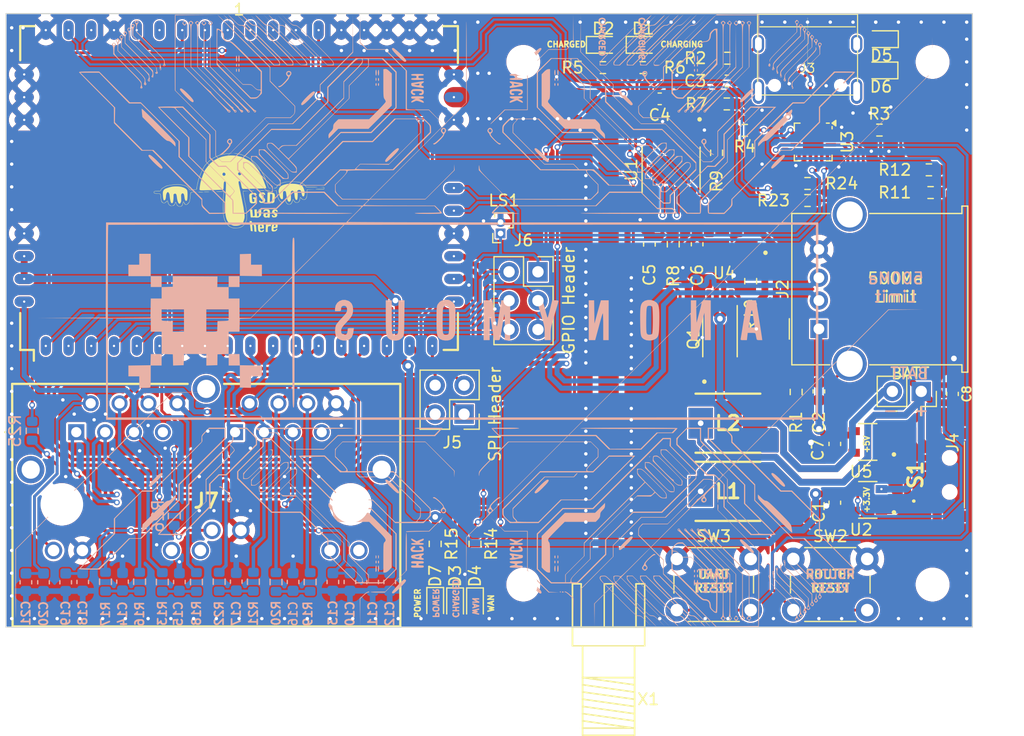
<source format=kicad_pcb>
(kicad_pcb (version 20240108) (generator "pcbnew") (generator_version "8.0")
  (layers (0 "F.Cu" signal) (31 "B.Cu" signal) (34 "B.Paste" user) (35 "F.Paste" user) (36 "B.SilkS" user "B.Silkscreen") (37 "F.SilkS" user "F.Silkscreen") (38 "B.Mask" user) (39 "F.Mask" user) (44 "Edge.Cuts" user))
  (net 0 "")
  (net 1 "GND")
  (net 2 "GPIO 5")
  (net 4 "GPIO 6")
  (net 5 "+3.3V")
  (net 6 "ETH1-RX-")
  (net 8 "ETH1-RX+")
  (net 9 "Net-(1-LED3)")
  (net 10 "GPIO 4")
  (net 11 "SPI 4")
  (net 12 "ETH0-RX-")
  (net 13 "USB-A-D+")
  (net 14 "ETH0-TX-")
  (net 15 "GPIO 3")
  (net 16 "Net-(1-LED2)")
  (net 17 "ETH0-RX+")
  (net 18 "ETH1-TX-")
  (net 19 "SPI 1")
  (net 20 "CTS")
  (net 22 "Net-(1-LED0)")
  (net 23 "USB-A-D-")
  (net 24 "SPI 3")
  (net 25 "/ANT1")
  (net 26 "SPI 2")
  (net 27 "ETH0-TX+")
  (net 28 "Net-(1-RESET)")
  (net 29 "GPIO 1")
  (net 30 "RTS")
  (net 31 "ETH1-TX+")
  (net 33 "+2v")
  (net 34 "GPIO 2")
  (net 35 "Net-(J2-Shield)")
  (net 36 "Net-(J3-SHIELD)")
  (net 37 "Net-(D1-A)")
  (net 38 "V-UNREG")
  (net 39 "Net-(J4-Pin_2)")
  (net 40 "Net-(U4-VCC)")
  (net 41 "Net-(C14-Pad2)")
  (net 42 "Net-(C15-Pad2)")
  (net 43 "Net-(C16-Pad2)")
  (net 44 "Net-(C17-Pad2)")
  (net 45 "Net-(D1-K)")
  (net 46 "Net-(D2-K)")
  (net 47 "Net-(D4-K)")
  (net 48 "Net-(D5-K)")
  (net 49 "Net-(D6-K)")
  (net 50 "Net-(D7-K)")
  (net 51 "+5V")
  (net 52 "USB-C-D-")
  (net 53 "Net-(J3-CC2)")
  (net 54 "VBUS")
  (net 55 "USB-C-D+")
  (net 58 "Net-(J3-CC1)")
  (net 60 "ETH1-LED")
  (net 64 "ETH0-LED")
  (net 70 "Net-(U2-LX)")
  (net 72 "Net-(U4-OC)")
  (net 73 "Net-(U4-OD)")
  (net 74 "Net-(U1-~{STDBY})")
  (net 75 "Net-(U1-~{CHRG})")
  (net 76 "Net-(U1-PROG)")
  (net 77 "Net-(U4-CS)")
  (net 78 "Net-(U3-~{RXT}{slash}GPIO.3)")
  (net 79 "Net-(U3-~{TXT}{slash}GPIO.2)")
  (net 80 "Net-(U3-TXD)")
  (net 81 "Net-(U3-RXD)")
  (net 84 "Net-(U5-LX)")
  (net 88 "Net-(U3-~{RST})")
  (net 98 "V-UNREG SW")
  (net 99 "URAT-RX")
  (net 100 "URAT-TX")
  (footprint "Capacitor_SMD:C_0603_1608Metric" (layer "F.Cu") (at 107.09 153.075 -90)
    (property "Reference" "C5")
    (property "Value" "10uf")
  )
  (footprint "Connector_PinSocket_2.54mm:PinSocket_2x02_P2.54mm_Vertical" (layer "F.Cu") (at 90.79 168 -90)
    (property "Reference" "J5")
    (property "Value" "SPI Header")
  )
  (footprint "Connector_PinSocket_1.00mm:PinSocket_1x02_P1.00mm_Vertical" (layer "F.Cu") (at 94 152.1 180)
    (property "Reference" "LS1")
    (property "Value" "Speaker")
  )
  (footprint "Custom Footprints:DW01A" (layer "F.Cu") (at 114.745 152.85 180)
    (property "Reference" "U4")
    (property "Value" "DW01A")
  )
  (footprint "Custom-Silk:LOGO" (layer "F.Cu") (at 71 148.5)
    (property "Reference" "G***" (hide yes))
    (property "Value" "LOGO" (hide yes))
  )
  (footprint "Connector_PinSocket_2.54mm:PinSocket_2x03_P2.54mm_Vertical" (layer "F.Cu") (at 97.29 155.475)
    (property "Reference" "J6")
    (property "Value" "GPIO Header")
  )
  (footprint "Connector_PinSocket_2.54mm:PinSocket_1x02_P2.54mm_Vertical" (layer "F.Cu") (at 131 166 -90)
    (property "Reference" "J4")
    (property "Value" "Battery Connector ")
  )
  (footprint "Custom Footprints:XC8107AC20MR-G" (layer "F.Cu") (at 126.3 175.55 180)
    (property "Reference" "U2")
    (property "Value" " XC9142B33DMR-G ")
  )
  (footprint "Resistor_SMD:R_0603_1608Metric" (layer "F.Cu") (at 116 156.3 -90)
    (property "Reference" "R10")
    (property "Value" "1k")
  )
  (footprint "Resistor_SMD:R_0603_1608Metric" (layer "F.Cu") (at 109.19 153.05 -90)
    (property "Reference" "R8")
    (property "Value" "100Ω")
  )
  (footprint "LED_SMD:LED_0603_1608Metric" (layer "F.Cu") (at 91.75 184.7875 -90)
    (property "Reference" "D4")
    (property "Value" "WAN LED 1")
  )
  (footprint "Capacitor_SMD:C_0603_1608Metric" (layer "F.Cu") (at 123.4 170.625 -90)
    (property "Reference" "C7")
    (property "Value" "10uf")
  )
  (footprint "Button_Switch_THT:SW_PUSH_6mm" (layer "F.Cu") (at 119.75 180.75)
    (property "Reference" "SW2")
    (property "Value" "8Devices Reset")
  )
  (footprint "Resistor_SMD:R_0603_1608Metric" (layer "F.Cu") (at 103 137.5)
    (property "Reference" "R5")
    (property "Value" "1k")
  )
  (footprint "Capacitor_SMD:C_0603_1608Metric" (layer "F.Cu") (at 133.75 166.225 90)
    (property "Reference" "C8")
    (property "Value" "10uf")
  )
  (footprint "LED_SMD:LED_0603_1608Metric" (layer "F.Cu") (at 90 184.7875 -90)
    (property "Reference" "D3")
    (property "Value" "LED Green")
  )
  (footprint "Button_Switch_THT:SW_PUSH_6mm" (layer "F.Cu") (at 109.5 180.75)
    (property "Reference" "SW3")
    (property "Value" "UART Reset")
  )
  (footprint "MountingHole:MountingHole_2.5mm" (layer "F.Cu") (at 132 137)
    (property "Reference" "REF**" (hide yes))
    (property "Value" "MountingHole_2.5mm")
  )
  (footprint "Resistor_SMD:R_0603_1608Metric" (layer "F.Cu") (at 113.9 140.7)
    (property "Reference" "R7")
    (property "Value" "10Ω")
  )
  (footprint "Capacitor_SMD:C_0603_1608Metric" (layer "F.Cu") (at 122 166 -90)
    (property "Reference" "C2")
    (property "Value" "4.7nf")
  )
  (footprint "Resistor_SMD:R_0603_1608Metric" (layer "F.Cu") (at 127.325 143)
    (property "Reference" "R3")
    (property "Value" "5.1k")
  )
  (footprint "Resistor_SMD:R_0603_1608Metric" (layer "F.Cu") (at 88.25 179.425 -90)
    (property "Reference" "R15")
    (property "Value" "75Ω")
  )
  (footprint "Resistor_SMD:R_0603_1608Metric" (layer "F.Cu") (at 113 145 -90)
    (property "Reference" "R9")
    (property "Value" "1.2K")
  )
  (footprint "Custom Footprints:PCM12SMTR" (layer "F.Cu") (at 133.5 173.35 90)
    (property "Reference" "S1")
    (property "Value" "PCM12SMTR" (hide yes))
  )
  (footprint "Custom Footprints:INDPM5752X300N" (layer "F.Cu") (at 114 168.8 180)
    (property "Reference" "L2")
    (property "Value" "4.7uf" (hide yes))
  )
  (footprint "Resistor_SMD:R_0603_1608Metric" (layer "F.Cu") (at 121 147.7 180)
    (property "Reference" "R24")
    (property "Value" "0Ω")
  )
  (footprint "Resistor_SMD:R_0603_1608Metric" (layer "F.Cu") (at 115.475 143.025 180)
    (property "Reference" "R4")
    (property "Value" "5.1k")
  )
  (footprint "Capacitor_SMD:C_0603_1608Metric" (layer "F.Cu") (at 113.9 138.675 180)
    (property "Reference" "C3")
    (property "Value" "4.7nf")
  )
  (footprint "MountingHole:MountingHole_2.5mm" (layer "F.Cu") (at 96 137)
    (property "Reference" "REF**" (hide yes))
    (property "Value" "MountingHole_2.5mm")
  )
  (footprint "Custom Footprints:XC8107AC20MR-G" (layer "F.Cu") (at 126.3 170.45 180)
    (property "Reference" "U5")
    (property "Value" "XC9141A50DMR-G")
  )
  (footprint "Capacitor_SMD:C_0603_1608Metric" (layer "F.Cu") (at 123.4 175.8 -90)
    (property "Reference" "C1")
    (property "Value" "10uf")
  )
  (footprint "LED_SMD:LED_0603_1608Metric" (layer "F.Cu") (at 103.0375 135.5)
    (property "Reference" "D2")
    (property "Value" "LED Green")
  )
  (footprint "MountingHole:MountingHole_2.5mm" (layer "F.Cu") (at 96 183)
    (property "Reference" "REF**" (hide yes))
    (property "Value" "MountingHole_2.5mm")
  )
  (footprint "Custom Footprints:SMA 142-0711-821" (layer "F.Cu") (at 103.5 186.74575 180)
    (property "Reference" "X1")
    (property "Value" "142-0711-821")
  )
  (footprint "Connector_USB:USB_A_Molex_67643_Horizontal" (layer "F.Cu") (at 122 160.5 90)
    (property "Reference" "J2")
    (property "Value" "USB_A")
  )
  (footprint "LED_SMD:LED_0603_1608Metric" (layer "F.Cu") (at 106.5375 135.5)
    (property "Reference" "D1")
    (property "Value" "LED Red")
  )
  (footprint "LED_SMD:LED_0603_1608Metric" (layer "F.Cu") (at 127.4625 137.75 180)
    (property "Reference" "D6")
    (property "Value" "LED")
  )
  (footprint "Capacitor_SMD:C_0603_1608Metric" (layer "F.Cu") (at 111.29 153.05 90)
    (property "Reference" "C6")
    (property "Value" "100nf")
  )
  (footprint "LED_SMD:LED_0603_1608Metric" (layer "F.Cu") (at 127.5 135 180)
    (property "Reference" "D5")
    (property "Value" "LED")
  )
  (footprint "Resistor_SMD:R_0603_1608Metric" (layer "F.Cu") (at 121 149.2 180)
    (property "Reference" "R23")
    (property "Value" "0Ω")
  )
  (footprint "Package_DFN_QFN:SiliconLabs_QFN-20-1EP_3x3mm_P0.5mm_EP1.8x1.8mm" (layer "F.Cu") (at 121.5 144.05 -90)
    (property "Reference" "U3")
    (property "Value" "CP2102N-Axx-xQFN20")
  )
  (footprint "Resistor_SMD:R_0603_1608Metric" (layer "F.Cu") (at 131.825 148.5)
    (property "Reference" "R11")
    (property "Value" "75Ω")
  )
  (footprint "Custom Footprints:TYPE-C-31-M-12" (layer "F.Cu") (at 121 135.4125 180)
    (property "Reference" "J3")
    (property "Value" "USB_C_Receptacle_USB2.0_16P")
  )
  (footprint "Resistor_SMD:R_0603_1608Metric" (layer "F.Cu") (at 120 166.05 -90)
    (property "Reference" "R1")
    (property "Value" "1MΩ")
  )
  (footprint "Resistor_SMD:R_0603_1608Metric" (layer "F.Cu") (at 106.5 137.5 180)
    (property "Reference" "R6")
    (property "Value" "1k")
  )
  (footprint "Custom Footprints:8Devices-Carambola2" (layer "F.Cu") (at 70.998 148.102)
    (property "Reference" "1")
    (property "Value" "*")
  )
  (footprint "Custom Footprints:FS8205A" (layer "F.Cu") (at 113.3 160.7 90)
    (property "Reference" "Q1")
    (property "Value" "FS8205A")
  )
  (footprint "Custom Footprints:INDPM5752X300N" (layer "F.Cu") (at 114 174.8 180)
    (property "Reference" "L1")
    (property "Value" "4.7uf" (hide yes))
  )
  (footprint "LED_SMD:LED_0603_1608Metric" (layer "F.Cu") (at 88.25 184.75 -90)
    (property "Reference" "D7")
    (property "Value" "LED")
  )
  (footprint "Resistor_SMD:R_0603_1608Metric" (layer "F.Cu") (at 91.75 179.425 -90)
    (property "Reference" "R14")
    (property "Value" "50Ω")
  )
  (footprint "Resistor_SMD:R_0603_1608Metric" (layer "F.Cu") (at 113.95 136.675 180)
    (property "Reference" "R2")
    (property "Value" "1MΩ")
  )
  (footprint "Custom Footprints:TP4056" (layer "F.Cu") (at 109 146.5 -90)
    (property "Reference" "U1")
    (property "Value" "TP4056")
  )
  (footprint "MountingHole:MountingHole_2.5mm" (layer "F.Cu") (at 132 183)
    (property "Reference" "REF**" (hide yes))
    (property "Value" "MountingHole_2.5mm")
  )
  (footprint "Capacitor_SMD:C_0603_1608Metric" (layer "F.Cu") (at 108 140.25 180)
    (property "Reference" "C4")
    (property "Value" "100nf")
  )
  (footprint "Custom Footprints:RJ45 523019966" (layer "F.Cu") (at 56.68 169.59)
    (property "Reference" "J7")
    (property "Value" "RJ45 5-2301996-6" (hide yes))
  )
  (footprint "Resistor_SMD:R_0603_1608Metric" (layer "F.Cu") (at 131.675 146.5)
    (property "Reference" "R12")
    (property "Value" "75Ω")
  )
  (footprint "Resistor_SMD:R_0603_1608Metric" (layer "B.Cu") (at 64.25 182.775004 90)
    (property "Reference" "R13")
    (property "Value" "50Ω")
  )
  (footprint "Capacitor_SMD:C_0603_1608Metric" (layer "B.Cu") (at 52.25 182.8 90)
    (property "Reference" "C21")
    (property "Value" "100nf")
  )
  (footprint "Capacitor_SMD:C_0603_1608Metric" (layer "B.Cu") (at 55.75 182.8 90)
    (property "Reference" "C19")
    (property "Value" "100nf")
  )
  (footprint "Capacitor_SMD:C_0603_1608Metric" (layer "B.Cu") (at 60.75 182.75 -90)
    (property "Reference" "C14")
    (property "Value" "100nf")
  )
  (footprint "Capacitor_SMD:C_0603_1608Metric" (layer "B.Cu") (at 82.75 182.775 90)
    (property "Reference" "C11")
    (property "Value" "100nf")
  )
  (footprint "Resistor_SMD:R_0603_1608Metric" (layer "B.Cu") (at 59.25 182.75 90)
    (property "Reference" "R17")
    (property "Value" "50Ω")
  )
  (footprint "Resistor_SMD:R_0603_1608Metric" (layer "B.Cu") (at 62.25 182.75 90)
    (property "Reference" "R16")
    (property "Value" "50Ω")
  )
  (footprint "Resistor_SMD:R_0603_1608Metric" (layer "B.Cu") (at 52.8 169.475 90)
    (property "Reference" "R25")
    (property "Value" "50Ω")
  )
  (footprint "Custom-Silk:Cyberpunk-Backround-Micro-Router" (layer "B.Cu") (at 91.5 162.5 180)
    (property "Reference" "G***" (hide yes))
    (property "Value" "LOGO" (hide yes))
  )
  (footprint "Capacitor_SMD:C_0603_1608Metric" (layer "B.Cu") (at 84.25 182.775 90)
    (property "Reference" "C12")
    (property "Value" "1uf")
  )
  (footprint "Capacitor_SMD:C_0603_1608Metric" (layer "B.Cu") (at 75.75 182.775 -90)
    (property "Reference" "C16")
    (property "Value" "100nf")
  )
  (footprint "Resistor_SMD:R_0603_1608Metric" (layer "B.Cu") (at 74.25 182.775 90)
    (property "Reference" "R20")
    (property "Value" "50Ω")
  )
  (footprint "Capacitor_SMD:C_0603_1608Metric" (layer "B.Cu") (at 65.75 182.775004 -90)
    (property "Reference" "C15")
    (property "Value" "100nf")
  )
  (footprint "Capacitor_SMD:C_0603_1608Metric" (layer "B.Cu") (at 70.75 182.75 -90)
    (property "Reference" "C17")
    (property "Value" "100nf")
  )
  (footprint "Resistor_SMD:R_0603_1608Metric" (layer "B.Cu") (at 67.25 182.775004 90)
    (property "Reference" "R18")
    (property "Value" "50Ω")
  )
  (footprint "Resistor_SMD:R_0603_1608Metric" (layer "B.Cu") (at 65.3 176.975 -90)
    (property "Reference" "R26")
    (property "Value" "50Ω")
  )
  (footprint "Capacitor_SMD:C_0603_1608Metric" (layer "B.Cu") (at 53.8 182.8 90)
    (property "Reference" "C20")
    (property "Value" "1uf")
  )
  (footprint "Capacitor_SMD:C_0603_1608Metric" (layer "B.Cu") (at 80.75 182.775 90)
    (property "Reference" "C10")
    (property "Value" "1uf")
  )
  (footprint "Resistor_SMD:R_0603_1608Metric" (layer "B.Cu") (at 69.25 182.75 90)
    (property "Reference" "R22")
    (property "Value" "50Ω")
  )
  (footprint "Capacitor_SMD:C_0603_1608Metric" (layer "B.Cu") (at 57.25 182.775 90)
    (property "Reference" "C18")
    (property "Value" "1uf")
  )
  (footprint "Resistor_SMD:R_0603_1608Metric" (layer "B.Cu") (at 77.25 182.775 90)
    (property "Reference" "R19")
    (property "Value" "50Ω")
  )
  (footprint "Resistor_SMD:R_0603_1608Metric" (layer "B.Cu") (at 72.26 182.75 90)
    (property "Reference" "R21")
    (property "Value" "50Ω")
  )
  (footprint "Capacitor_SMD:C_0603_1608Metric" (layer "B.Cu") (at 79.25 182.775 90)
    (property "Reference" "C13")
    (property "Value" "100nf")
  )
  (gr_rect (start 50.5 132.75) (end 135.5 186.75) (stroke (width 0.1)) (fill none) (layer "Edge.Cuts"))
  (gr_text "BATT" (at 131.75 165 0) (layer "B.SilkS") (effects (font (size 1 1)) (justify left bottom mirror)))
  (gr_text "UART\nRESET" (at 112.75 183.75 -0) (layer "B.SilkS") (effects (font (size 0.75 0.75)) (justify bottom mirror)))
  (gr_text "CHARGED" (at 89.75 186 -90) (layer "B.SilkS") (effects (font (size 0.5 0.5) (thickness 0.125)) (justify left bottom mirror)))
  (gr_text "500Ma\nLimit" (at 128.75 158.25 0) (layer "B.SilkS") (effects (font (size 1 1)) (justify bottom mirror)))
  (gr_text "CHARGED" (at 103.25 133 90) (layer "B.SilkS") (effects (font (size 0.5 0.5) (thickness 0.125)) (justify left bottom mirror)))
  (gr_text "+\n" (at 131.75 168.25 0) (layer "B.SilkS") (effects (font (size 1 1)) (justify left bottom mirror)))
  (gr_text "POWER" (at 88 186 -90) (layer "B.SilkS") (effects (font (size 0.5 0.5) (thickness 0.125)) (justify left bottom mirror)))
  (gr_text "WAN" (at 91.5 185.75 -90) (layer "B.SilkS") (effects (font (size 0.5 0.5) (thickness 0.125)) (justify left bottom mirror)))
  (gr_text "ROUTER\nRESET" (at 123 183.75 -0) (layer "B.SilkS") (effects (font (size 0.75 0.75)) (justify bottom mirror)))
  (gr_text "-" (at 129 168.25 0) (layer "B.SilkS") (effects (font (size 1 1)) (justify left bottom mirror)))
  (gr_text "CHARGING" (at 106.75 133 90) (layer "B.SilkS") (effects (font (size 0.5 0.5) (thickness 0.125)) (justify left bottom mirror)))
  (gr_text "BATT" (at 128.25 165 -0) (layer "F.SilkS") (effects (font (size 1 1)) (justify left bottom)))
  (gr_text "+3.3V" (at 126.5 176.75 90) (layer "F.SilkS") (effects (font (size 0.5 0.5) (thickness 0.125)) (justify left bottom)))
  (gr_text "CHARGED" (at 98 135.75 0) (layer "F.SilkS") (effects (font (size 0.5 0.5) (thickness 0.125)) (justify left bottom)))
  (gr_text "WAN" (at 93.45 185.5 90) (layer "F.SilkS") (effects (font (size 0.5 0.5) (thickness 0.125)) (justify left bottom)))
  (gr_text "POWER" (at 87 186 90) (layer "F.SilkS") (effects (font (size 0.5 0.5) (thickness 0.125)) (justify left bottom)))
  (gr_text "UART\nRESET" (at 112.75 183.75 0) (layer "F.SilkS") (effects (font (size 0.75 0.75)) (justify bottom)))
  (gr_text "ROUTER\nRESET" (at 123 183.75 0) (layer "F.SilkS") (effects (font (size 0.75 0.75)) (justify bottom)))
  (gr_text "+5V" (at 126.5 171.5 90) (layer "F.SilkS") (effects (font (size 0.5 0.5) (thickness 0.125)) (justify left bottom)))
  (gr_text "+\n" (at 130.25 168.25 -0) (layer "F.SilkS") (effects (font (size 1 1)) (justify left bottom)))
  (gr_text "-" (at 127.75 168.25 -0) (layer "F.SilkS") (effects (font (size 1 1)) (justify left bottom)))
  (gr_text "500Ma\nLimit" (at 128.75 158.25 -0) (layer "F.SilkS") (effects (font (size 1 1)) (justify bottom)))
  (gr_text "CHARGING" (at 108 135.75 0) (layer "F.SilkS") (effects (font (size 0.5 0.5) (thickness 0.125)) (justify left bottom)))
  (segment (start 133.75 163.225) (end 133.875 163.1) (width 0.6) (layer "F.Cu") (net 1))
  (segment (start 128.15 143) (end 128.15 141.15) (width 0.25) (layer "F.Cu") (net 1))
  (segment (start 106.56 151.77) (end 106.56 151.75) (width 0.6) (layer "F.Cu") (net 1))
  (segment (start 106.56 151.75) (end 106.28 151.47) (width 0.6) (layer "F.Cu") (net 1))
  (segment (start 110.905 144.025) (end 111.93 143) (width 0.25) (layer "F.Cu") (net 1))
  (segment (start 121.7 144) (end 121.45 144.25) (width 0.25) (layer "F.Cu") (net 1))
  (segment (start 112 143) (end 111.93 143) (width 0.25) (layer "F.Cu") (net 1))
  (segment (start 122.2 171.4) (end 121.3 170.5) (width 0.6) (layer "F.Cu") (net 1))
  (segment (start 117.625 140.625) (end 117 141.25) (width 0.25) (layer "F.Cu") (net 1))
  (segment (start 123.4 171.4) (end 122.2 171.4) (width 0.6) (layer "F.Cu") (net 1))
  (segment (start 124.1 140.5125) (end 124.1 140.6) (width 0.25) (layer "F.Cu") (net 1))
  (segment (start 108.775 138.9) (end 109.5 138.175) (width 0.25) (layer "F.Cu") (net 1))
  (segment (start 120.7 145.8) (end 120.7 145) (width 0.25) (layer "F.Cu") (net 1))
  (segment (start 116 157.125) (end 115.815 157.125) (width 0.6) (layer "F.Cu") (net 1))
  (segment (start 121.7 142.7) (end 121.7 144) (width 0.25) (layer "F.Cu") (net 1))
  (segment (start 124.1 140.6) (end 125 141.5) (width 0.25) (layer "F.Cu") (net 1))
  (segment (start 107.09 152.3) (end 106.56 151.77) (width 0.6) (layer "F.Cu") (net 1))
  (segment (start 128.15 141.15) (end 128.325 140.975) (width 0.25) (layer "F.Cu") (net 1))
  (segment (start 123.16 176.575) (end 122.66 176.075) (width 0.6) (layer "F.Cu") (net 1))
  (segment (start 133.75 165.45) (end 133.75 163.225) (width 0.6) (layer "F.Cu") (net 1))
  (segment (start 108.775 140.25) (end 108.775 138.9) (width 0.25) (layer "F.Cu") (net 1))
  (segment (start 115.815 157.125) (end 114.5 155.81) (width 0.6) (layer "F.Cu") (net 1))
  (segment (start 112 146.5) (end 113 147.5) (width 0.25) (layer "F.Cu") (net 1))
  (segment (start 117.625 140.5125) (end 117.625 140.625) (width 0.25) (layer "F.Cu") (net 1))
  (segment (start 123.4 176.575) (end 123.16 176.575) (width 0.6) (layer "F.Cu") (net 1))
  (segment (start 120.225 146.125) (end 119.975 146.125) (width 0.25) (layer "F.Cu") (net 1))
  (segment (start 106.28 151.47) (end 106.28 150.89) (width 0.6) (layer "F.Cu") (net 1))
  (segment (start 120.75 145.6) (end 120.225 146.125) (width 0.25) (layer "F.Cu") (net 1))
  (segment (start 109 146.5) (end 112 146.5) (width 0.25) (layer "F.Cu") (net 1))
  (segment (start 120.7 145) (end 121.45 144.25) (width 0.25) (layer "F.Cu") (net 1))
  (via (at 127 133.5) (size 0.5) (drill 0.3) (layers "F.Cu" "B.Cu") (net 1))
  (via (at 59.87 171.08) (size 0.5) (drill 0.3) (layers "F.Cu" "B.Cu") (net 1))
  (via (at 129 186) (size 0.5) (drill 0.3) (layers "F.Cu" "B.Cu") (net 1))
  (via (at 52 134) (size 0.5) (drill 0.3) (layers "F.Cu" "B.Cu") (net 1))
  (via (at 101.5 177.5) (size 0.5) (drill 0.3) (layers "F.Cu" "B.Cu") (net 1))
  (via (at 105.5 173.5) (size 0.5) (drill 0.3) (layers "F.Cu" "B.Cu") (net 1))
  (via (at 125 133.5) (size 0.5) (drill 0.3) (layers "F.Cu" "B.Cu") (net 1))
  (via (at 126.5 141.5) (size 0.5) (drill 0.3) (layers "F.Cu" "B.Cu") (net 1))
  (via (at 93.5 158.75) (size 0.5) (drill 0.3) (layers "F.Cu" "B.Cu") (net 1))
  (via (at 68.25 169.5) (size 0.5) (drill 0.3) (layers "F.Cu" "B.Cu") (net 1))
  (via (at 101 143) (size 0.5) (drill 0.3) (layers "F.Cu" "B.Cu") (net 1))
  (via (at 126.61 144.86) (size 0.5) (drill 0.3) (layers "F.Cu" "B.Cu") (net 1))
  (via (at 77 186) (size 0.5) (drill 0.3) (layers "F.Cu" "B.Cu") (net 1))
  (via (at 105 133.5) (size 0.5) (drill 0.3) (layers "F.Cu" "B.Cu") (net 1))
  (via (at 51 166) (size 0.5) (drill 0.3) (layers "F.Cu" "B.Cu") (net 1))
  (via (at 67.5 173.5) (size 0.5) (drill 0.3) (layers "F.Cu" "B.Cu") (net 1))
  (via (at 70.836564 176.5) (size 0.5) (drill 0.3) (layers "F.Cu" "B.Cu") (net 1))
  (via (at 95 142) (size 0.5) (drill 0.3) (layers "F.Cu" "B.Cu") (net 1))
  (via (at 122.66 176.075) (size 1) (drill 0.5) (layers "F.Cu" "B.Cu") (net 1))
  (via (at 103 133.5) (size 0.5) (drill 0.3) (layers "F.Cu" "B.Cu") (net 1))
  (via (at 117 133.5) (size 0.5) (drill 0.3) (layers "F.Cu" "B.Cu") (net 1))
  (via (at 55.5 166.75) (size 0.5) (drill 0.3) (layers "F.Cu" "B.Cu") (net 1))
  (via (at 63 169) (size 0.5) (drill 0.3) (layers "F.Cu" "B.Cu") (net 1))
  (via (at 97 186) (size 0.5) (drill 0.3) (layers "F.Cu" "B.Cu") (net 1))
  (via (at 114.5 155.81) (size 0.8) (drill 0.4) (layers "F.Cu" "B.Cu") (net 1))
  (via (at 53 186) (size 0.5) (drill 0.3) (layers "F.Cu" "B.Cu") (net 1))
  (via (at 94 142) (size 0.5) (drill 0.3) (layers "F.Cu" "B.Cu") (net 1))
  (via (at 95 186) (size 0.5) (drill 0.3) (layers "F.Cu" "B.Cu") (net 1))
  (via (at 101.5 155.5) (size 0.5) (drill 0.3) (layers "F.Cu" "B.Cu") (net 1))
  (via (at 81 186) (size 0.5) (drill 0.3) (layers "F.Cu" "B.Cu") (net 1))
  (via (at 88 136) (size 0.5) (drill 0.3) (layers "F.Cu" "B.Cu") (net 1))
  (via (at 92 138) (size 0.5) (drill 0.3) (layers "F.Cu" "B.Cu") (net 1))
  (via (at 86 136) (size 0.5) (drill 0.3) (layers "F.Cu" "B.Cu") (net 1))
  (via (at 105.5 159) (size 0.5) (drill 0.3) (layers "F.Cu" "B.Cu") (net 1))
  (via (at 101.5 162.5) (size 0.5) (drill 0.3) (layers "F.Cu" "B.Cu") (net 1))
  (via (at 108.25 142.25) (size 0.5) (drill 0.3) (layers "F.Cu" "B.Cu") (net 1))
  (via (at 105.5 164) (size 0.5) (drill 0.3) (layers "F.Cu" "B.Cu") (net 1))
  (via (at 109 133.5) (size 0.5) (drill 0.3) (layers "F.Cu" "B.Cu") (net 1))
  (via (at 92 133.5) (size 0.5) (drill 0.3) (layers "F.Cu" "B.Cu") (net 1))
  (via (at 122 186) (size 0.5) (drill 0.3) (layers "F.Cu" "B.Cu") (net 1))
  (via (at 127 133.5) (size 0.5) (drill 0.3) (layers "F.Cu" "B.Cu") (net 1))
  (via (at 135 133.5) (size 0.5) (drill 0.3) (layers "F.Cu" "B.Cu") (net 1))
  (via (at 91.212428 156.641444) (size 0.5) (drill 0.3) (layers "F.Cu" "B.Cu") (net 1))
  (via (at 135 135) (size 0.5) (drill 0.3) (layers "F.Cu" "B.Cu") (net 1))
  (via (at 51 136) (size 0.5) (drill 0.3) (layers "F.Cu" "B.Cu") (net 1))
  (via (at 105.5 169.5) (size 0.5) (drill 0.3) (layers "F.Cu" "B.Cu") (net 1))
  (via (at 109.5 138.175) (size 0.5) (drill 0.3) (layers "F.Cu" "B.Cu") (net 1))
  (via (at 51 174) (size 0.5) (drill 0.3) (layers "F.Cu" "B.Cu") (net 1))
  (via (at 124 186) (size 0.5) (drill 0.3) (layers "F.Cu" "B.Cu") (net 1))
  (via (at 105.5 162) (size 0.5) (drill 0.3) (layers "F.Cu" "B.Cu") (net 1))
  (via (at 117 146) (size 0.5) (drill 0.3) (layers "F.Cu" "B.Cu") (net 1))
  (via (at 135 186) (size 0.5) (drill 0.3) (layers "F.Cu" "B.Cu") (net 1))
  (via (at 135 141) (size 0.5) (drill 0.3) (layers "F.Cu" "B.Cu") (net 1))
  (via (at 105.5 158) (size 0.5) (drill 0.3) (layers "F.Cu" "B.Cu") (net 1))
  (via (at 128.325 140.975) (size 0.5) (drill 0.3) (layers "F.Cu" "B.Cu") (net 1))
  (via (at 129 133.5) (size 0.5) (drill 0.3) (layers "F.Cu" "B.Cu") (net 1))
  (via (at 101.5 148) (size 0.5) (drill 0.3) (layers "F.Cu" "B.Cu") (net 1))
  (via (at 111 133.5) (size 0.5) (drill 0.3) (layers "F.Cu" "B.Cu") (net 1))
  (via (at 101.5 153.5) (size 0.5) (drill 0.3) (layers "F.Cu" "B.Cu") (net 1))
  (via (at 101.5 174.5) (size 0.5) (drill 0.3) (layers "F.Cu" "B.Cu") (net 1))
  (via (at 101.5 158.5) (size 0.5) (drill 0.3) (layers "F.Cu" "B.Cu") (net 1))
  (via (at 51 146) (size 0.5) (drill 0.3) (layers "F.Cu" "B.Cu") (net 1))
  (via (at 96 142) (size 0.5) (drill 0.3) (layers "F.Cu" "B.Cu") (net 1))
  (via (at 112 186) (size 0.5) (drill 0.3) (layers "F.Cu" "B.Cu") (net 1))
  (via (at 101.5 178.5) (size 0.5) (drill 0.3) (layers "F.Cu" "B.Cu") (net 1))
  (via (at 51 182) (size 0.5) (drill 0.3) (layers "F.Cu" "B.Cu") (net 1))
  (via (at 105.5 167.5) (size 0.5) (drill 0.3) (layers "F.Cu" "B.Cu") (net 1))
  (via (at 70.749999 180.5) (size 0.5) (drill 0.3) (layers "F.Cu" "B.Cu") (net 1))
  (via (at 57 186) (size 0.5) (drill 0.3) (layers "F.Cu" "B.Cu") (net 1))
  (via (at 51 148) (size 0.5) (drill 0.3) (layers "F.Cu" "B.Cu") (net 1))
  (via (at 105.5 160) (size 0.5) (drill 0.3) (layers "F.Cu" "B.Cu") (net 1))
  (via (at 101.5 171.5) (size 0.5) (drill 0.3) (layers "F.Cu" "B.Cu") (net 1))
  (via (at 105.5 174.5) (size 0.5) (drill 0.3) (layers "F.Cu" "B.Cu") (net 1))
  (via (at 87 186) (size 0.5) (drill 0.3) (layers "F.Cu" "B.Cu") (net 1))
  (via (at 98.93 138.31) (size 0.5) (drill 0.3) (layers "F.Cu" "B.Cu") (net 1))
  (via (at 122.64 139.1) (size 0.5) (drill 0.3) (layers "F.Cu" "B.Cu") (net 1))
  (via (at 101.5 150) (size 0.5) (drill 0.3) (layers "F.Cu" "B.Cu") (net 1))
  (via (at 105.5 163) (size 0.5) (drill 0.3) (layers "F.Cu" "B.Cu") (net 1))
  (via (at 101.5 169.5) (size 0.5) (drill 0.3) (layers "F.Cu" "B.Cu") (net 1))
  (via (at 93.51 157.41) (size 0.5) (drill 0.3) (layers "F.Cu" "B.Cu") (net 1))
  (via (at 75.750002 180.5) (size 0.5) (drill 0.3) (layers "F.Cu" "B.Cu") (net 1))
  (via (at 135 184) (size 0.5) (drill 0.3) (layers "F.Cu" "B.Cu") (net 1))
  (via (at 135 137) (size 0.5) (drill 0.3) (layers "F.Cu" "B.Cu") (net 1))
  (via (at 84 136) (size 0.5) (drill 0.3) (layers "F.Cu" "B.Cu") (net 1))
  (via (at 128.16 144.87) (size 0.5) (drill 0.3) (layers "F.Cu" "B.Cu") (net 1))
  (via (at 51 164) (size 0.5) (drill 0.3) (layers "F.Cu" "B.Cu") (net 1))
  (via (at 61 186) (size 0.5) (drill 0.3) (layers "F.Cu" "B.Cu") (net 1))
  (via (at 101.5 147) (size 0.5) (drill 0.3) (layers "F.Cu" "B.Cu") (net 1))
  (via (at 90 133.5) (size 0.5) (drill 0.3) (layers "F.Cu" "B.Cu") (net 1))
  (via (at 105.5 175.5) (size 0.5) (drill 0.3) (layers "F.Cu" "B.Cu") (net 1))
  (via (at 133.875 163.1) (size 1) (drill 0.5) (layers "F.Cu" "B.Cu") (net 1))
  (via (at 65.75 180.999996) (size 0.5) (drill 0.3) (layers "F.Cu" "B.Cu") (net 1))
  (via (at 63 186) (size 0.5) (drill 0.3) (layers "F.Cu" "B.Cu") (net 1))
  (via (at 105.5 170.5) (size 0.5) (drill 0.3) (layers "F.Cu" "B.Cu") (net 1))
  (via (at 113 133.5) (size 0.5) (drill 0.3) (layers "F.Cu" "B.Cu") (net 1))
  (via (at 115 133.5) (size 0.5) (drill 0.3) (layers "F.Cu" "B.Cu") (net 1))
  (via (at 117 141.25) (size 0.5) (drill 0.3) (layers "F.Cu" "B.Cu") (net 1))
  (via (at 80 136) (size 0.5) (drill 0.3) (layers "F.Cu" "B.Cu") (net 1))
  (via (at 85 186) (size 0.5) (drill 0.3) (layers "F.Cu" "B.Cu") (net 1))
  (via (at 114 186) (size 0.5) (drill 0.3) (layers "F.Cu" "B.Cu") (net 1))
  (via (at 71 186) (size 0.5) (drill 0.3) (layers "F.Cu" "B.Cu") (net 1))
  (via (at 101.5 157.5) (size 0.5) (drill 0.3) (layers "F.Cu" "B.Cu") (net 1))
  (via (at 51 180) (size 0.5) (drill 0.3) (layers "F.Cu" "B.Cu") (net 1))
  (via (at 101.5 161.5) (size 0.5) (drill 0.3) (layers "F.Cu" "B.Cu") (net 1))
  (via (at 125 141.5) (size 0.5) (drill 0.3) (layers "F.Cu" "B.Cu") (net 1))
  (via (at 105.5 157) (size 0.5) (drill 0.3) (layers "F.Cu" "B.Cu") (net 1))
  (via (at 51 168) (size 0.5) (drill 0.3) (layers "F.Cu" "B.Cu") (net 1))
  (via (at 119 133.5) (size 0.5) (drill 0.3) (layers "F.Cu" "B.Cu") (net 1))
  (via (at 93.5 156.25) (size 0.5) (drill 0.3) (layers "F.Cu" "B.Cu") (net 1))
  (via (at 101.5 154.5) (size 0.5) (drill 0.3) (layers "F.Cu" "B.Cu") (net 1))
  (via (at 105.5 156) (size 0.5) (drill 0.3) (layers "F.Cu" "B.Cu") (net 1))
  (via (at 65 186) (size 0.5) (drill 0.3) (layers "F.Cu" "B.Cu") (net 1))
  (via (at 118 186) (size 0.5) (drill 0.3) (layers "F.Cu" "B.Cu") (net 1))
  (via (at 105.5 171.5) (size 0.5) (drill 0.3) (layers "F.Cu" "B.Cu") (net 1))
  (via (at 55 186) (size 0.5) (drill 0.3) (layers "F.Cu" "B.Cu") (net 1))
  (via (at 135 143) (size 0.5) (drill 0.3) (layers "F.Cu" "B.Cu") (net 1))
  (via (at 55.75 173.5) (size 0.5) (drill 0.3) (layers "F.Cu" "B.Cu") (net 1))
  (via (at 62.25 171.25) (size 0.5) (drill 0.3) (layers "F.Cu" "B.Cu") (net 1))
  (via (at 92 142) (size 0.5) (drill 0.3) (layers "F.Cu" "B.Cu") (net 1))
  (via (at 108 186) (size 0.5) (drill 0.3) (layers "F.Cu" "B.Cu") (net 1))
  (via (at 93 142) (size 0.5) (drill 0.3) (layers "F.Cu" "B.Cu") (net 1))
  (via (at 67.5 176.5) (size 0.5) (drill 0.3) (layers "F.Cu" "B.Cu") (net 1))
  (via (at 83 186) (size 0.5) (drill 0.3) (layers "F.Cu" "B.Cu") (net 1))
  (via (at 51 172) (size 0.5) (drill 0.3) (layers "F.Cu" "B.Cu") (net 1))
  (via (at 90.86 182.1) (size 0.5) (drill 0.3) (layers "F.Cu" "B.Cu") (net 1))
  (via (at 59.25 168) (size 0.5) (drill 0.3) (layers "F.Cu" "B.Cu") (net 1))
  (via (at 51 150) (size 0.5) (drill 0.3) (layers "F.Cu" "B.Cu") (net 1))
  (via (at 69 186) (size 0.5) (drill 0.3) (layers "F.Cu" "B.Cu") (net 1))
  (via (at 100 142) (size 0.5) (drill 0.3) (layers "F.Cu" "B.Cu") (net 1))
  (via (at 68.789247 176.5) (size 0.5) (drill 0.3) (layers "F.Cu" "B.Cu") (net 1))
  (via (at 97 142) (size 0.5) (drill 0.3) (layers "F.Cu" "B.Cu") (net 1))
  (via (at 51 178) (size 0.5) (drill 0.3) (layers "F.Cu" "B.Cu") (net 1))
  (via (at 131 186) (size 0.5) (drill 0.3) (layers "F.Cu" "B.Cu") (net 1))
  (via (at 56.5 168) (size 0.5) (drill 0.3) (layers "F.Cu" "B.Cu") (net 1))
  (via (at 51 186) (size 0.5) (drill 0.3) (layers "F.Cu" "B.Cu") (net 1))
  (via (at 113 147.5) (size 0.5) (drill 0.3) (layers "F.Cu" "B.Cu") (net 1))
  (via (at 92.5 151) (size 0.5) (drill 0.3) (layers "F.Cu" "B.Cu") (net 1))
  (via (at 101.5 149) (size 0.5) (drill 0.3) (layers "F.Cu" "B.Cu") (net 1))
  (via (at 67 186) (size 0.5) (drill 0.3) (layers "F.Cu" "B.Cu") (net 1))
  (via (at 60.75 180.499996) (size 0.5) (drill 0.3) (layers "F.Cu" "B.Cu") (net 1))
  (via (at 78 173.5) (size 0.5) (drill 0.3) (layers "F.Cu" "B.Cu") (net 1))
  (via (at 90 136) (size 0.5) (drill 0.3) (layers "F.Cu" "B.Cu") (net 1))
  (via (at 101.5 170.5) (size 0.5) (drill 0.3) (layers "F.Cu" "B.Cu") (net 1))
  (via (at 93.5 160) (size 0.5) (drill 0.3) (layers "F.Cu" "B.Cu") (net 1))
  (via (at 101.5 160.5) (size 0.5) (drill 0.3) (layers "F.Cu" "B.Cu") (net 1))
  (via (at 101.5 151) (size 0.5) (drill 0.3) (layers "F.Cu" "B.Cu") (net 1))
  (via (at 119.975 146.125) (size 0.5) (drill 0.3) (layers "F.Cu" "B.Cu") (net 1))
  (via (at 59 186) (size 0.5) (drill 0.3) (layers "F.Cu" "B.Cu") (net 1))
  (via (at 121.3 170.5) (size 1) (drill 0.5) (layers "F.Cu" "B.Cu") (net 1))
  (via (at 105.5 178.5) (size 0.5) (drill 0.3) (layers "F.Cu" "B.Cu") (net 1))
  (via (at 131 133.5) (size 0.5) (drill 0.3) (layers "F.Cu" "B.Cu") (net 1))
  (via (at 101.5 163.5) (size 0.5) (drill 0.3) (layers "F.Cu" "B.Cu") (net 1))
  (via (at 101.5 159.5) (size 0.5) (drill 0.3) (layers "F.Cu" "B.Cu") (net 1))
  (via (at 51 184) (size 0.5) (drill 0.3) (layers "F.Cu" "B.Cu") (net 1))
  (via (at 105.5 177.5) (size 0.5) (drill 0.3) (layers "F.Cu" "B.Cu") (net 1))
  (via (at 101.5 176.5) (size 0.5) (drill 0.3) (layers "F.Cu" "B.Cu") (net 1))
  (via (at 51 160) (size 0.5) (drill 0.3) (layers "F.Cu" "B.Cu") (net 1))
  (via (at 99 186) (size 0.5) (drill 0.3) (layers "F.Cu" "B.Cu") (net 1))
  (via (at 101 133.5) (size 0.5) (drill 0.3) (layers "F.Cu" "B.Cu") (net 1))
  (via (at 123.75 146.25) (size 0.5) (drill 0.3) (layers "F.Cu" "B.Cu") (net 1))
  (via (at 105.5 168.5) (size 0.5) (drill 0.3) (layers "F.Cu" "B.Cu") (net 1))
  (via (at 82 136) (size 0.5) (drill 0.3) (layers "F.Cu" "B.Cu") (net 1))
  (via (at 101.5 146) (size 0.5) (drill 0.3) (layers "F.Cu" "B.Cu") (net 1))
  (via (at 135 182) (size 0.5) (drill 0.3) (layers "F.Cu" "B.Cu") (net 1))
  (via (at 133 133.5) (size 0.5) (drill 0.3) (layers "F.Cu" "B.Cu") (net 1))
  (via (at 63.75 179.5) (size 0.5) (drill 0.3) (layers "F.Cu" "B.Cu") (net 1))
  (via (at 135 139) (size 0.5) (drill 0.3) (layers "F.Cu" "B.Cu") (net 1))
  (via (at 75 186) (size 0.5) (drill 0.3) (layers "F.Cu" "B.Cu") (net 1))
  (via (at 51 134) (size 0.5) (drill 0.3) (layers "F.Cu" "B.Cu") (net 1))
  (via (at 135 180) (size 0.5) (drill 0.3) (layers "F.Cu" "B.Cu") (net 1))
  (via (at 105.5 172.5) (size 0.5) (drill 0.3) (layers "F.Cu" "B.Cu") (net 1))
  (via (at 121 133.5) (size 0.5) (drill 0.3) (layers "F.Cu" "B.Cu") (net 1))
  (via (at 64.5 171) (size 0.5) (drill 0.3) (layers "F.Cu" "B.Cu") (net 1))
  (via (at 56.98 171.22) (size 0.5) (drill 0.3) (layers "F.Cu" "B.Cu") (net 1))
  (via (at 123 133.5) (size 0.5) (drill 0.3) (layers "F.Cu" "B.Cu") (net 1))
  (via (at 119.39 138.92) (size 0.5) (drill 0.3) (layers "F.Cu" "B.Cu") (net 1))
  (via (at 107 133.5) (size 0.5) (drill 0.3) (layers "F.Cu" "B.Cu") (net 1))
  (via (at 101.5 168.5) (size 0.5) (drill 0.3) (layers "F.Cu" "B.Cu") (net 1))
  (via (at 105.5 176.5) (size 0.5) (drill 0.3) (layers "F.Cu" "B.Cu") (net 1))
  (via (at 51 144) (size 0.5) (drill 0.3) (layers "F.Cu" "B.Cu") (net 1))
  (via (at 72 171) (size 0.5) (drill 0.3) (layers "F.Cu" "B.Cu") (net 1))
  (via (at 51 162) (size 0.5) (drill 0.3) (layers "F.Cu" "B.Cu") (net 1))
  (via (at 51 176) (size 0.5) (drill 0.3) (layers "F.Cu" "B.Cu") (net 1))
  (via (at 51 170) (size 0.5) (drill 0.3) (layers "F.Cu" "B.Cu") (net 1))
  (via (at 101.5 156.5) (size 0.5) (drill 0.3) (layers "F.Cu" "B.Cu") (net 1))
  (via (at 93 138) (size 0.5) (drill 0.3) (layers "F.Cu" "B.Cu") (net 1))
  (via (at 101.5 173.5) (size 0.5) (drill 0.3) (layers "F.Cu" "B.Cu") (net 1))
  (via (at 79 186) (size 0.5) (drill 0.3) (layers "F.Cu" "B.Cu") (net 1))
  (via (at 111.74 161.26) (size 0.5) (drill 0.3) (layers "F.Cu" "B.Cu") (net 1))
  (via (at 133 186) (size 0.5) (drill 0.3) (layers "F.Cu" "B.Cu") (net 1))
  (via (at 93 186) (size 0.5) (drill 0.3) (layers "F.Cu" "B.Cu") (net 1))
  (via (at 101.5 175.5) (size 0.5) (drill 0.3) (layers "F.Cu" "B.Cu") (net 1))
  (via (at 101.5 172.5) (size 0.5) (drill 0.3) (layers "F.Cu" "B.Cu") (net 1))
  (via (at 99 142) (size 0.5) (drill 0.3) (layers "F.Cu" "B.Cu") (net 1))
  (via (at 75 173.5) (size 0.5) (drill 0.3) (layers "F.Cu" "B.Cu") (net 1))
  (via (at 110.03 155.11) (size 0.5) (drill 0.3) (layers "F.Cu" "B.Cu") (net 1))
  (via (at 116.5 160.5) (size 0.5) (drill 0.3) (layers "F.Cu" "B.Cu") (net 1))
  (via (at 124 142.75) (size 0.5) (drill 0.3) (layers "F.Cu" "B.Cu") (net 1))
  (via (at 72 176.5) (size 0.5) (drill 0.3) (layers "F.Cu" "B.Cu") (net 1))
  (via (at 101.5 167.5) (size 0.5) (drill 0.3) (layers "F.Cu" "B.Cu") (net 1))
  (via (at 106.28 150.89) (size 0.5) (drill 0.3) (layers "F.Cu" "B.Cu") (net 1))
  (via (at 105.5 161) (size 0.5) (drill 0.3) (layers "F.Cu" "B.Cu") (net 1))
  (via (at 58.25 168.5) (size 0.5) (drill 0.3) (layers "F.Cu" "B.Cu") (net 1))
  (via (at 80 169) (size 0.5) (drill 0.3) (layers "F.Cu" "B.Cu") (net 1))
  (via (at 73 186) (size 0.5) (drill 0.3) (layers "F.Cu" "B.Cu") (net 1))
  (via (at 111.93 143) (size 0.5) (drill 0.3) (layers "F.Cu" "B.Cu") (net 1))
  (segment (start 70.75 180.500001) (end 70.749999 180.5) (width 0.25) (layer "B.Cu") (net 1))
  (segment (start 65.75 182.000004) (end 65.75 180.999996) (width 0.25) (layer "B.Cu") (net 1))
  (segment (start 60.75 181.975) (end 60.75 180.499996) (width 0.25) (layer "B.Cu") (net 1))
  (segment (start 75.75 180.500002) (end 75.750002 180.5) (width 0.25) (layer "B.Cu") (net 1))
  (segment (start 70.75 181.975) (end 70.75 180.500001) (width 0.25) (layer "B.Cu") (net 1))
  (segment (start 75.75 182) (end 75.75 180.500002) (width 0.25) (layer "B.Cu") (net 1))
  (segment (start 97.29 159.59) (end 97.29 160.555) (width 0.25) (layer "B.Cu") (net 2))
  (segment (start 91.543317 160.423) (end 92.666317 159.3) (width 0.25) (layer "B.Cu") (net 2))
  (segment (start 62 162) (end 63.577 160.423) (width 0.25) (layer "B.Cu") (net 2))
  (segment (start 63.577 160.423) (end 91.543317 160.423) (width 0.25) (layer "B.Cu") (net 2))
  (segment (start 97 159.3) (end 97.29 159.59) (width 0.25) (layer "B.Cu") (net 2))
  (segment (start 92.666317 159.3) (end 97 159.3) (width 0.25) (layer "B.Cu") (net 2))
  (segment (start 64 162) (end 65.2 160.8) (width 0.25) (layer "B.Cu") (net 4))
  (segment (start 65.2 160.8) (end 94.505 160.8) (width 0.25) (layer "B.Cu") (net 4))
  (segment (start 94.505 160.8) (end 94.75 160.555) (width 0.25) (layer "B.Cu") (net 4))
  (segment (start 119.95 143.3) (end 119.8 143.3) (width 0.25) (layer "F.Cu") (net 5))
  (segment (start 88.25 177.05) (end 88.3 177) (width 0.6) (layer "F.Cu") (net 5))
  (segment (start 121.71 175.025) (end 123.4 175.025) (width 0.6) (layer "F.Cu") (net 5))
  (segment (start 85.865597 163.748) (end 85 162.882403) (width 0.6) (layer "F.Cu") (net 5))
  (segment (start 85 162.882403) (end 85 158.25) (width 0.6) (layer "F.Cu") (net 5))
  (segment (start 85 158.25) (end 84.75 158) (width 0.6) (layer "F.Cu") (net 5))
  (segment (start 52.1 154.1) (end 52.1 156.1) (width 0.6) (layer "F.Cu") (net 5))
  (segment (start 125.42 175.62) (end 125.42 174.92) (width 0.25) (layer "F.Cu") (net 5))
  (segment (start 123.4 175.025) (end 124.675 175.025) (width 0.6) (layer "F.Cu") (net 5))
  (segment (start 125.42 174.92) (end 125.1 174.6) (width 0.25) (layer "F.Cu") (net 5))
  (segment (start 88.25 178.6) (end 88.25 177.05) (width 0.6) (layer "F.Cu") (net 5))
  (segment (start 119.8 143.3) (end 119.5 143) (width 0.25) (layer "F.Cu") (net 5))
  (segment (start 124.675 175.025) (end 125.1 174.6) (width 0.6) (layer "F.Cu") (net 5))
  (via (at 88.25 177.05) (size 1) (drill 0.5) (layers "F.Cu" "B.Cu") (net 5))
  (via (at 85.865597 163.748) (size 1) (drill 0.5) (layers "F.Cu" "B.Cu") (net 5))
  (via (at 119.5 143) (size 0.5) (drill 0.3) (layers "F.Cu" "B.Cu") (net 5))
  (via (at 121.71 175.025) (size 1) (drill 0.5) (layers "F.Cu" "B.Cu") (net 5))
  (via (at 84.75 158) (size 1) (drill 0.5) (layers "F.Cu" "B.Cu") (net 5))
  (via (at 125.42 175.62) (size 0.5) (drill 0.3) (layers "F.Cu" "B.Cu") (net 5))
  (segment (start 126 177) (end 125.42 176.42) (width 0.25) (layer "B.Cu") (net 5))
  (segment (start 117.68 179.32) (end 91.32 179.32) (width 0.6) (layer "B.Cu") (net 5))
  (segment (start 133 177) (end 126 177) (width 0.25) (layer "B.Cu") (net 5))
  (segment (start 82.85 156.1) (end 84.75 158) (width 0.6) (layer "B.Cu") (net 5))
  (segment (start 86 163.882403) (end 86 176.5) (width 0.6) (layer "B.Cu") (net 5))
  (segment (start 86.5 177) (end 89 177) (width 0.6) (layer "B.Cu") (net 5))
  (segment (start 119.5 143) (end 119 143.5) (width 0.25) (layer "B.Cu") (net 5))
  (segment (start 121.71 175.025) (end 121.71 177.09) (width 0.6) (layer "B.Cu") (net 5))
  (segment (start 134.5 171) (end 134.5 175.5) (width 0.25) (layer "B.Cu") (net 5))
  (segment (start 85.865597 163.748) (end 86 163.882403) (width 0.6) (layer "B.Cu") (net 5))
  (segment (start 121.71 177.09) (end 120.6 178.2) (width 0.6) (layer "B.Cu") (net 5))
  (segment (start 133 169.5) (end 134.5 171) (width 0.25) (layer "B.Cu") (net 5))
  (segment (start 119 143.5) (end 118 143.5) (width 0.25) (layer "B.Cu") (net 5))
  (segment (start 125.42 176.42) (end 125.42 175.62) (width 0.25) (layer "B.Cu") (net 5))
  (segment (start 120.6 178.2) (end 118.8 178.2) (width 0.6) (layer "B.Cu") (net 5))
  (segment (start 117.5 144) (end 117.5 145) (width 0.25) (layer "B.Cu") (net 5))
  (segment (start 118 145.5) (end 132.5 145.5) (width 0.25) (layer "B.Cu") (net 5))
  (segment (start 117.5 145) (end 118 145.5) (width 0.25) (layer "B.Cu") (net 5))
  (segment (start 133 146) (end 133 169.5) (width 0.25) (layer "B.Cu") (net 5))
  (segment (start 132.5 145.5) (end 133 146) (width 0.25) (layer "B.Cu") (net 5))
  (segment (start 118 143.5) (end 117.5 144) (width 0.25) (layer "B.Cu") (net 5))
  (segment (start 134.5 175.5) (end 133 177) (width 0.25) (layer "B.Cu") (net 5))
  (segment (start 91.32 179.32) (end 89.870002 177.870002) (width 0.6) (layer "B.Cu") (net 5))
  (segment (start 52.1 156.1) (end 82.85 156.1) (width 0.6) (layer "B.Cu") (net 5))
  (segment (start 89 177) (end 89.870002 177.870002) (width 0.6) (layer "B.Cu") (net 5))
  (segment (start 125.45 175.59) (end 125.42 175.62) (width 0.25) (layer "B.Cu") (net 5))
  (segment (start 118.8 178.2) (end 117.68 179.32) (width 0.6) (layer "B.Cu") (net 5))
  (segment (start 86 176.5) (end 86.5 177) (width 0.6) (layer "B.Cu") (net 5))
  (segment (start 75.98005 164.876424) (end 75.103576 163.99995) (width 0.2969) (layer "F.Cu") (net 6))
  (segment (start 77 167.05) (end 75.98005 166.03005) (width 0.2969) (layer "F.Cu") (net 6))
  (segment (start 69.25005 163.14995) (end 70 162.4) (width 0.2969) (layer "F.Cu") (net 6))
  (segment (start 70 162.4) (end 70 162) (width 0.2969) (layer "F.Cu") (net 6))
  (segment (start 69.25005 163.396424) (end 69.25005 163.14995) (width 0.2969) (layer "F.Cu") (net 6))
  (segment (start 75.98005 166.03005) (end 75.98005 164.876424) (width 0.2969) (layer "F.Cu") (net 6))
  (segment (start 69.853576 163.99995) (end 69.25005 163.396424) (width 0.2969) (layer "F.Cu") (net 6))
  (segment (start 75.103576 163.99995) (end 69.853576 163.99995) (width 0.2969) (layer "F.Cu") (net 6))
  (segment (start 77 181.7) (end 77 167.05) (width 0.2969) (layer "B.Cu") (net 6))
  (segment (start 77.25 181.95) (end 77 181.7) (width 0.2969) (layer "B.Cu") (net 6))
  (segment (start 68.74995 163.603576) (end 68.74995 163.14995) (width 0.2969) (layer "F.Cu") (net 8))
  (segment (start 74.46 167.05) (end 75.47995 166.03005) (width 0.2969) (layer "F.Cu") (net 8))
  (segment (start 68.74995 163.14995) (end 68 162.4) (width 0.2969) (layer "F.Cu") (net 8))
  (segment (start 75.47995 166.03005) (end 75.47995 165.083576) (width 0.2969) (layer "F.Cu") (net 8))
  (segment (start 69.646424 164.50005) (end 68.74995 163.603576) (width 0.2969) (layer "F.Cu") (net 8))
  (segment (start 74.896424 164.50005) (end 69.646424 164.50005) (width 0.2969) (layer "F.Cu") (net 8))
  (segment (start 68 162.4) (end 68 162) (width 0.2969) (layer "F.Cu") (net 8))
  (segment (start 75.47995 165.083576) (end 74.896424 164.50005) (width 0.2969) (layer "F.Cu") (net 8))
  (segment (start 74.25 181.95) (end 74.25 167.26) (width 0.2969) (layer "B.Cu") (net 8))
  (segment (start 74.25 167.26) (end 74.46 167.05) (width 0.2969) (layer "B.Cu") (net 8))
  (segment (start 64.2 164) (end 64.9 163.3) (width 0.25) (layer "F.Cu") (net 9))
  (segment (start 67 138.9) (end 68 137.9) (width 0.25) (layer "F.Cu") (net 9))
  (segment (start 64.2 167.7) (end 64.2 164) (width 0.25) (layer "F.Cu") (net 9))
  (segment (start 64.9 168.1) (end 64.6 168.1) (width 0.25) (layer "F.Cu") (net 9))
  (segment (start 64.9 139.8) (end 65.8 138.9) (width 0.25) (layer "F.Cu") (net 9))
  (segment (start 68 137.9) (end 68 134.204) (width 0.25) (layer "F.Cu") (net 9))
  (segment (start 65.5 170.9) (end 65.5 168.7) (width 0.25) (layer "F.Cu") (net 9))
  (segment (start 64.6 168.1) (end 64.2 167.7) (width 0.25) (layer "F.Cu") (net 9))
  (segment (start 65.8 138.9) (end 67 138.9) (width 0.25) (layer "F.Cu") (net 9))
  (segment (start 65.5 168.7) (end 64.9 168.1) (width 0.25) (layer "F.Cu") (net 9))
  (segment (start 65.3 171.1) (end 65.5 170.9) (width 0.25) (layer "F.Cu") (net 9))
  (segment (start 64.9 163.3) (end 64.9 139.8) (width 0.25) (layer "F.Cu") (net 9))
  (via (at 65.3 171.1) (size 0.5) (drill 0.3) (layers "F.Cu" "B.Cu") (net 9))
  (segment (start 65.3 176.15) (end 65.3 171.1) (width 0.25) (layer "B.Cu") (net 9))
  (segment (start 65.3 171) (end 65.3 171.1) (width 0.25) (layer "B.Cu") (net 9))
  (segment (start 93.35158 158.015) (end 91.32058 160.046) (width 0.25) (layer "B.Cu") (net 10))
  (segment (start 94.75 158.015) (end 93.35158 158.015) (width 0.25) (layer "B.Cu") (net 10))
  (segment (start 91.32058 160.046) (end 61.953 160.046) (width 0.25) (layer "B.Cu") (net 10))
  (segment (start 61.953 160.046) (end 59.999 162) (width 0.25) (layer "B.Cu") (net 10))
  (segment (start 87 166.75) (end 88.25 168) (width 0.25) (layer "F.Cu") (net 11))
  (segment (start 83.996 162) (end 83.996 163.496) (width 0.25) (layer "F.Cu") (net 11))
  (segment (start 85 164.5) (end 86.5 164.5) (width 0.25) (layer "F.Cu") (net 11))
  (segment (start 83.996 163.496) (end 85 164.5) (width 0.25) (layer "F.Cu") (net 11))
  (segment (start 87 165) (end 87 166.75) (width 0.25) (layer "F.Cu") (net 11))
  (segment (start 86.5 164.5) (end 87 165) (width 0.25) (layer "F.Cu") (net 11))
  (segment (start 78.853576 172.50005) (end 81.50005 169.853576) (width 0.2969) (layer "F.Cu") (net 12))
  (segment (start 77.25005 163.058622) (end 77.246051 163.054623) (width 0.2969) (layer "F.Cu") (net 12))
  (segment (start 62.01005 165.406424) (end 61.103576 164.49995) (width 0.2969) (layer "F.Cu") (net 12))
  (segment (start 81.50005 166.146424) (end 79.603576 164.24995) (width 0.2969) (layer "F.Cu") (net 12))
  (segment (start 81.50005 169.853576) (end 81.50005 166.146424) (width 0.2969) (layer "F.Cu") (net 12))
  (segment (start 56.146424 172.50005) (end 78.853576 172.50005) (width 0.2969) (layer "F.Cu") (net 12))
  (segment (start 77.246051 162.749949) (end 77.996 162) (width 0.2969) (layer "F.Cu") (net 12))
  (segment (start 62.01005 166.03005) (end 62.01005 165.406424) (width 0.2969) (layer "F.Cu") (net 12))
  (segment (start 63.03 167.05) (end 62.01005 166.03005) (width 0.2969) (layer "F.Cu") (net 12))
  (segment (start 79.603576 164.24995) (end 77.853576 164.24995) (width 0.2969) (layer "F.Cu") (net 12))
  (segment (start 77.853576 164.24995) (end 77.25005 163.646424) (width 0.2969) (layer "F.Cu") (net 12))
  (segment (start 54.24995 165.646424) (end 54.24995 170.603576) (width 0.2969) (layer "F.Cu") (net 12))
  (segment (start 77.246051 163.054623) (end 77.246051 162.749949) (width 0.2969) (layer "F.Cu") (net 12))
  (segment (start 55.396424 164.49995) (end 54.24995 165.646424) (width 0.2969) (layer "F.Cu") (net 12))
  (segment (start 54.24995 170.603576) (end 56.146424 172.50005) (width 0.2969) (layer "F.Cu") (net 12))
  (segment (start 61.103576 164.49995) (end 55.396424 164.49995) (width 0.2969) (layer "F.Cu") (net 12))
  (segment (start 77.25005 163.646424) (end 77.25005 163.058622) (width 0.2969) (layer "F.Cu") (net 12))
  (segment (start 64.23 168.25) (end 66 168.25) (width 0.2969) (layer "B.Cu") (net 12))
  (segment (start 66 168.25) (end 66.48335 168.73335) (width 0.2969) (layer "B.Cu") (net 12))
  (segment (start 66.48335 168.73335) (end 66.48335 181.183354) (width 0.2969) (layer "B.Cu") (net 12))
  (segment (start 66.48335 181.183354) (end 67.25 181.950004) (width 0.2969) (layer "B.Cu") (net 12))
  (segment (start 63.03 167.05) (end 64.23 168.25) (width 0.2969) (layer "B.Cu") (net 12))
  (segment (start 93.21712 163.5208) (end 99.7692 163.5208) (width 0.4384) (layer "F.Cu") (net 13))
  (segment (start 90 156.25) (end 90.745 156.1) (width 0.4384) (layer "F.Cu") (net 13))
  (segment (start 91.4242 155.4208) (end 91.61712 155.4208) (width 0.4384) (layer "F.Cu") (net 13))
  (segment (start 89.896 156.1) (end 90 156.25) (width 0.4384) (layer "F.Cu") (net 13))
  (segment (start 92.1292 155.93288) (end 92.1292 162.43288) (width 0.4384) (layer "F.Cu") (net 13))
  (segment (start 92.1292 162.43288) (end 93.21712 163.5208) (width 0.4384) (layer "F.Cu") (net 13))
  (segment (start 99.7692 163.5208) (end 99.8 163.5516) (width 0.4384) (layer "F.Cu") (net 13))
  (segment (start 90.745 156.1) (end 91.4242 155.4208) (width 0.4384) (layer "F.Cu") (net 13))
  (segment (start 91.61712 155.4208) (end 92.1292 155.93288) (width 0.4384) (layer "F.Cu") (net 13))
  (via (at 99.8 163.5516) (size 0.5) (drill 0.3) (layers "F.Cu" "B.Cu") (net 13))
  (segment (start 98.9708 164.42712) (end 99.62288 165.0792) (width 0.4384) (layer "B.Cu") (net 13))
  (segment (start 113.153529 156.6792) (end 116.827483 156.6792) (width 0.4384) (layer "B.Cu") (net 13))
  (segment (start 99.35288 163.5208) (end 98.9708 163.90288) (width 0.4384) (layer "B.Cu") (net 13))
  (segment (start 116.827483 156.6792) (end 121.3208 156.6792) (width 0.4384) (layer "B.Cu") (net 13))
  (segment (start 98.9708 163.90288) (end 98.9708 164.42712) (width 0.4384) (layer "B.Cu") (net 13))
  (segment (start 99.8 163.5516) (end 99.7692 163.5208) (width 0.4384) (layer "B.Cu") (net 13))
  (segment (start 111.100409 155.927369) (end 111.228729 155.927369) (width 0.4384) (layer "B.Cu") (net 13))
  (segment (start 112.126969 156.42256) (end 112.126969 156.184027) (width 0.4384) (layer "B.Cu") (net 13))
  (segment (start 110.843769 156.42256) (end 110.843769 156.184009) (width 0.4384) (layer "B.Cu") (net 13))
  (segment (start 113.025209 156.6792) (end 113.153529 156.6792) (width 0.4384) (layer "B.Cu") (net 13))
  (segment (start 111.485369 156.184009) (end 111.485369 156.42256) (width 0.4384) (layer "B.Cu") (net 13))
  (segment (start 106.48712 165.0792) (end 107.6892 163.87712) (width 0.4384) (layer "B.Cu") (net 13))
  (segment (start 107.6892 163.87712) (end 107.6892 158.13712) (width 0.4384) (layer "B.Cu") (net 13))
  (segment (start 111.742009 156.6792) (end 111.870329 156.6792) (width 0.4384) (layer "B.Cu") (net 13))
  (segment (start 107.6892 158.13712) (end 109.14712 156.6792) (width 0.4384) (layer "B.Cu") (net 13))
  (segment (start 99.7692 163.5208) (end 99.35288 163.5208) (width 0.4384) (layer "B.Cu") (net 13))
  (segment (start 109.14712 156.6792) (end 110.587129 156.6792) (width 0.4384) (layer "B.Cu") (net 13))
  (segment (start 99.62288 165.0792) (end 106.48712 165.0792) (width 0.4384) (layer "B.Cu") (net 13))
  (segment (start 112.383609 155.927387) (end 112.511929 155.927387) (width 0.4384) (layer "B.Cu") (net 13))
  (segment (start 112.768569 156.184027) (end 112.768569 156.42256) (width 0.4384) (layer "B.Cu") (net 13))
  (segment (start 121.3208 156.6792) (end 122 156) (width 0.4384) (layer "B.Cu") (net 13))
  (arc (start 111.870329 156.6792) (mid 112.051801 156.604032) (end 112.126969 156.42256) (width 0.4384) (layer "B.Cu") (net 13))
  (arc (start 111.228729 155.927369) (mid 111.410201 156.002537) (end 111.485369 156.184009) (width 0.4384) (layer "B.Cu") (net 13))
  (arc (start 112.126969 156.184027) (mid 112.202137 156.002555) (end 112.383609 155.927387) (width 0.4384) (layer "B.Cu") (net 13))
  (arc (start 112.511929 155.927387) (mid 112.693401 156.002555) (end 112.768569 156.184027) (width 0.4384) (layer "B.Cu") (net 13))
  (arc (start 110.587129 156.6792) (mid 110.768601 156.604032) (end 110.843769 156.42256) (width 0.4384) (layer "B.Cu") (net 13))
  (arc (start 110.843769 156.184009) (mid 110.918937 156.002537) (end 111.100409 155.927369) (width 0.4384) (layer "B.Cu") (net 13))
  (arc (start 112.768569 156.42256) (mid 112.843737 156.604032) (end 113.025209 156.6792) (width 0.4384) (layer "B.Cu") (net 13))
  (arc (start 111.485369 156.42256) (mid 111.560537 156.604032) (end 111.742009 156.6792) (width 0.4384) (layer "B.Cu") (net 13))
  (segment (start 81.996 162) (end 81.996 162.4) (width 0.2969) (layer "F.Cu") (net 14))
  (segment (start 65.396424 175.25005) (end 64.396424 174.25005) (width 0.2969) (layer "F.Cu") (net 14))
  (segment (start 81.24605 163.692424) (end 83.50005 165.946424) (width 0.2969) (layer "F.Cu") (net 14))
  (segment (start 60.026712 175.173086) (end 60.148451 175.173086) (width 0.2969) (layer "F.Cu") (net 14))
  (segment (start 59.75005 174.503576) (end 59.75005 174.896424) (width 0.2969) (layer "F.Cu") (net 14))
  (segment (start 64.396424 174.25005) (end 60.003576 174.25005) (width 0.2969) (layer "F.Cu") (net 14))
  (segment (start 60.003576 174.25005) (end 59.75005 174.503576) (width 0.2969) (layer "F.Cu") (net 14))
  (segment (start 78.203576 175.25005) (end 65.396424 175.25005) (width 0.2969) (layer "F.Cu") (net 14))
  (segment (start 83.50005 165.946424) (end 83.50005 169.953576) (width 0.2969) (layer "F.Cu") (net 14))
  (segment (start 81.996 162.4) (end 81.24605 163.14995) (width 0.2969) (layer "F.Cu") (net 14))
  (segment (start 60.148451 175.173086) (end 60.25 175.071537) (width 0.2969) (layer "F.Cu") (net 14))
  (segment (start 59.75005 174.896424) (end 60.026712 175.173086) (width 0.2969) (layer "F.Cu") (net 14))
  (segment (start 81.24605 163.14995) (end 81.24605 163.692424) (width 0.2969) (layer "F.Cu") (net 14))
  (segment (start 83.50005 169.953576) (end 78.203576 175.25005) (width 0.2969) (layer "F.Cu") (net 14))
  (via (at 60.25 175.071537) (size 0.5) (drill 0.3) (layers "F.Cu" "B.Cu") (net 14))
  (segment (start 60 175.173087) (end 60.000001 175.173086) (width 0.2969) (layer "B.Cu") (net 14))
  (segment (start 59.22 171.97) (end 59.22 169.59) (width 0.2969) (layer "B.Cu") (net 14))
  (segment (start 58.853576 175.173087) (end 60 175.173087) (width 0.2969) (layer "B.Cu") (net 14))
  (segment (start 60.000001 175.173086) (end 60.148451 175.173086) (width 0.2969) (layer "B.Cu") (net 14))
  (segment (start 62.25 181.925) (end 62.25 175) (width 0.2969) (layer "B.Cu") (net 14))
  (segment (start 58.20005 170.60995) (end 58.20005 174.519561) (width 0.2969) (layer "B.Cu") (net 14))
  (segment (start 60.148451 175.173086) (end 60.25 175.071537) (width 0.2969) (layer "B.Cu") (net 14))
  (segment (start 59.22 169.59) (end 58.20005 170.60995) (width 0.2969) (layer "B.Cu") (net 14))
  (segment (start 62.25 175) (end 59.22 171.97) (width 0.2969) (layer "B.Cu") (net 14))
  (segment (start 58.20005 174.519561) (end 58.853576 175.173087) (width 0.2969) (layer "B.Cu") (net 14))
  (segment (start 93 156.8) (end 96.075 156.8) (width 0.25) (layer "B.Cu") (net 15))
  (segment (start 58 162) (end 60.331 159.669) (width 0.25) (layer "B.Cu") (net 15))
  (segment (start 91.164422 159.669) (end 92.6 158.233422) (width 0.25) (layer "B.Cu") (net 15))
  (segment (start 60.331 159.669) (end 91.164422 159.669) (width 0.25) (layer "B.Cu") (net 15))
  (segment (start 92.6 157.2) (end 93 156.8) (width 0.25) (layer "B.Cu") (net 15))
  (segment (start 92.6 158.233422) (end 92.6 157.2) (width 0.25) (layer "B.Cu") (net 15))
  (segment (start 96.075 156.8) (end 97.29 158.015) (width 0.25) (layer "B.Cu") (net 15))
  (segment (start 52.8 167.2) (end 52.8 160.1) (width 0.25) (layer "F.Cu") (net 16))
  (segment (start 65.4 136.2) (end 66 135.6) (width 0.25) (layer "F.Cu") (net 16))
  (segment (start 54.3 158.6) (end 54.3 136.7) (width 0.25) (layer "F.Cu") (net 16))
  (segment (start 54.3 136.7) (end 54.8 136.2) (width 0.25) (layer "F.Cu") (net 16))
  (segment (start 54.8 136.2) (end 65.4 136.2) (width 0.25) (layer "F.Cu") (net 16))
  (segment (start 52.8 160.1) (end 54.3 158.6) (width 0.25) (layer "F.Cu") (net 16))
  (segment (start 66 135.6) (end 66 134.204) (width 0.25) (layer "F.Cu") (net 16))
  (via (at 52.8 167.2) (size 0.5) (drill 0.3) (layers "F.Cu" "B.Cu") (net 16))
  (segment (start 52.8 168.65) (end 52.8 167.2) (width 0.25) (layer "B.Cu") (net 16))
  (segment (start 60.49 167.05) (end 61.50995 166.03005) (width 0.2969) (layer "F.Cu") (net 17))
  (segment (start 80.99995 169.646424) (end 80.99995 166.353576) (width 0.2969) (layer "F.Cu") (net 17))
  (segment (start 76.745949 162.749949) (end 75.996 162) (width 0.2969) (layer "F.Cu") (net 17))
  (segment (start 69.117391 171.75995) (end 69.117391 171.481551) (width 0.2969) (layer "F.Cu") (net 17))
  (segment (start 66.957391 171.241556) (end 67.077391 171.241556) (width 0.2969) (layer "F.Cu") (net 17))
  (segment (start 61.50995 165.613576) (end 60.896424 165.00005) (width 0.2969) (layer "F.Cu") (net 17))
  (segment (start 55.603576 165.00005) (end 54.75005 165.853576) (width 0.2969) (layer "F.Cu") (net 17))
  (segment (start 71.115491 171.99995) (end 78.646424 171.99995) (width 0.2969) (layer "F.Cu") (net 17))
  (segment (start 54.75005 170.396424) (end 56.353576 171.99995) (width 0.2969) (layer "F.Cu") (net 17))
  (segment (start 67.917391 171.75995) (end 67.917391 171.481556) (width 0.2969) (layer "F.Cu") (net 17))
  (segment (start 70.077391 171.99995) (end 71.115491 171.99995) (width 0.2969) (layer "F.Cu") (net 17))
  (segment (start 76.745949 163.245999) (end 76.745949 162.749949) (width 0.2969) (layer "F.Cu") (net 17))
  (segment (start 68.157391 171.241556) (end 68.277391 171.241556) (width 0.2969) (layer "F.Cu") (net 17))
  (segment (start 68.757391 171.99995) (end 68.877391 171.99995) (width 0.2969) (layer "F.Cu") (net 17))
  (segment (start 76.74995 163.25) (end 76.745949 163.245999) (width 0.2969) (layer "F.Cu") (net 17))
  (segment (start 78.646424 171.99995) (end 80.99995 169.646424) (width 0.2969) (layer "F.Cu") (net 17))
  (segment (start 79.396424 164.75005) (end 77.646424 164.75005) (width 0.2969) (layer "F.Cu") (net 17))
  (segment (start 66.717391 171.75995) (end 66.717391 171.481556) (width 0.2969) (layer "F.Cu") (net 17))
  (segment (start 69.717391 171.481551) (end 69.717391 171.75995) (width 0.2969) (layer "F.Cu") (net 17))
  (segment (start 67.317391 171.481556) (end 67.317391 171.75995) (width 0.2969) (layer "F.Cu") (net 17))
  (segment (start 61.50995 166.03005) (end 61.50995 165.613576) (width 0.2969) (layer "F.Cu") (net 17))
  (segment (start 56.353576 171.99995) (end 66.477391 171.99995) (width 0.2969) (layer "F.Cu") (net 17))
  (segment (start 77.646424 164.75005) (end 76.74995 163.853576) (width 0.2969) (layer "F.Cu") (net 17))
  (segment (start 67.557391 171.99995) (end 67.677391 171.99995) (width 0.2969) (layer "F.Cu") (net 17))
  (segment (start 54.75005 165.853576) (end 54.75005 170.396424) (width 0.2969) (layer "F.Cu") (net 17))
  (segment (start 69.357391 171.241551) (end 69.477391 171.241551) (width 0.2969) (layer "F.Cu") (net 17))
  (segment (start 76.74995 163.853576) (end 76.74995 163.25) (width 0.2969) (layer "F.Cu") (net 17))
  (segment (start 69.957391 171.99995) (end 70.077391 171.99995) (width 0.2969) (layer "F.Cu") (net 17))
  (segment (start 60.896424 165.00005) (end 55.603576 165.00005) (width 0.2969) (layer "F.Cu") (net 17))
  (segment (start 68.517391 171.481556) (end 68.517391 171.75995) (width 0.2969) (layer "F.Cu") (net 17))
  (segment (start 80.99995 166.353576) (end 79.396424 164.75005) (width 0.2969) (layer "F.Cu") (net 17))
  (arc (start 67.317391 171.75995) (mid 67.387685 171.929656) (end 67.557391 171.99995) (width 0.2969) (layer "F.Cu") (net 17))
  (arc (start 68.877391 171.99995) (mid 69.047097 171.929656) (end 69.117391 171.75995) (width 0.2969) (layer "F.Cu") (net 17))
  (arc (start 67.917391 171.481556) (mid 67.987685 171.31185) (end 68.157391 171.241556) (width 0.2969) (layer "F.Cu") (net 17))
  (arc (start 68.517391 171.75995) (mid 68.587685 171.929656) (end 68.757391 171.99995) (width 0.2969) (layer "F.Cu") (net 17))
  (arc (start 66.477391 171.99995) (mid 66.647097 171.929656) (end 66.717391 171.75995) (width 0.2969) (layer "F.Cu") (net 17))
  (arc (start 66.717391 171.481556) (mid 66.787685 171.31185) (end 66.957391 171.241556) (width 0.2969) (layer "F.Cu") (net 17))
  (arc (start 67.677391 171.99995) (mid 67.847097 171.929656) (end 67.917391 171.75995) (width 0.2969) (layer "F.Cu") (net 17))
  (arc (start 69.117391 171.481551) (mid 69.187685 171.311845) (end 69.357391 171.241551) (width 0.2969) (layer "F.Cu") (net 17))
  (arc (start 67.077391 171.241556) (mid 67.247097 171.31185) (end 67.317391 171.481556) (width 0.2969) (layer "F.Cu") (net 17))
  (arc (start 68.277391 171.241556) (mid 68.447097 171.31185) (end 68.517391 171.481556) (width 0.2969) (layer "F.Cu") (net 17))
  (arc (start 69.477391 171.241551) (mid 69.647097 171.311845) (end 69.717391 171.481551) (width 0.2969) (layer "F.Cu") (net 17))
  (arc (start 69.717391 171.75995) (mid 69.787685 171.929656) (end 69.957391 171.99995) (width 0.2969) (layer "F.Cu") (net 17))
  (segment (start 63 180.700004) (end 64.25 181.950004) (width 0.2969) (layer "B.Cu") (net 17))
  (segment (start 60.49 167.05) (end 60.49 170.74) (width 0.2969) (layer "B.Cu") (net 17))
  (segment (start 60.49 170.74) (end 63 173.25) (width 0.2969) (layer "B.Cu") (net 17))
  (segment (start 63 173.25) (end 63 180.700004) (width 0.2969) (layer "B.Cu") (net 17))
  (segment (start 73.24605 164.607576) (end 72.353576 165.50005) (width 0.2969) (layer "B.Cu") (net 18))
  (segment (start 72.75 168.5) (end 71.316822 168.5) (width 0.2969) (layer "B.Cu") (net 18))
  (segment (start 73.996 162) (end 73.996 162.849) (width 0.2969) (layer "B.Cu") (net 18))
  (segment (start 72.353576 165.50005) (end 71.353576 165.50005) (width 0.2969) (layer "B.Cu") (net 18))
  (segment (start 73.19 168.94) (end 72.75 168.5) (width 0.2969) (layer "B.Cu") (net 18))
  (segment (start 72.26 179.74) (end 73.19 178.81) (width 0.2969) (layer "B.Cu") (net 18))
  (segment (start 73.19 169.59) (end 73.19 168.94) (width 0.2969) (layer "B.Cu") (net 18))
  (segment (start 73.24605 163.59895) (end 73.24605 164.607576) (width 0.2969) (layer "B.Cu") (net 18))
  (segment (start 71.316822 168.5) (end 70.566822 167.75) (width 0.2969) (layer "B.Cu") (net 18))
  (segment (start 70.566822 166.286804) (end 70.566822 167.75) (width 0.2969) (layer "B.Cu") (net 18))
  (segment (start 72.26 181.925) (end 72.26 179.74) (width 0.2969) (layer "B.Cu") (net 18))
  (segment (start 73.996 162.849) (end 73.24605 163.59895) (width 0.2969) (layer "B.Cu") (net 18))
  (segment (start 73.19 178.81) (end 73.19 169.59) (width 0.2969) (layer "B.Cu") (net 18))
  (segment (start 71.353576 165.50005) (end 70.566822 166.286804) (width 0.2969) (layer "B.Cu") (net 18))
  (segment (start 87.5 163.75) (end 89 163.75) (width 0.25) (layer "F.Cu") (net 19))
  (segment (start 89 163.75) (end 89.5 164.25) (width 0.25) (layer "F.Cu") (net 19))
  (segment (start 88.4 158.1) (end 87 159.5) (width 0.25) (layer "F.Cu") (net 19))
  (segment (start 89.5 164.25) (end 89.5 166.71) (width 0.25) (layer "F.Cu") (net 19))
  (segment (start 89.896 158.1) (end 88.4 158.1) (width 0.25) (layer "F.Cu") (net 19))
  (segment (start 89.5 166.71) (end 90.79 168) (width 0.25) (layer "F.Cu") (net 19))
  (segment (start 87 159.5) (end 87 163.25) (width 0.25) (layer "F.Cu") (net 19))
  (segment (start 87 163.25) (end 87.5 163.75) (width 0.25) (layer "F.Cu") (net 19))
  (segment (start 122.25 145.6) (end 122.25 146.057537) (width 0.25) (layer "F.Cu") (net 20))
  (segment (start 122.25 146.057537) (end 121.757537 146.55) (width 0.25) (layer "F.Cu") (net 20))
  (segment (start 121.757537 146.55) (end 121.4 146.55) (width 0.25) (layer "F.Cu") (net 20))
  (via (at 121.4 146.55) (size 0.5) (drill 0.3) (layers "F.Cu" "B.Cu") (net 20))
  (segment (start 94.45 149) (end 92 149) (width 0.25) (layer "B.Cu") (net 20))
  (segment (start 122.073 150.243842) (end 120.066842 152.25) (width 0.25) (layer "B.Cu") (net 20))
  (segment (start 96 152.25) (end 95.55 151.8) (width 0.25) (layer "B.Cu") (net 20))
  (segment (start 122.05 147.2) (end 122.05 149.777) (width 0.25) (layer "B.Cu") (net 20))
  (segment (start 92 149) (end 91.102 148.102) (width 0.25) (layer "B.Cu") (net 20))
  (segment (start 95.55 150.1) (end 94.45 149) (width 0.25) (layer "B.Cu") (net 20))
  (segment (start 120.066842 152.25) (end 96 152.25) (width 0.25) (layer "B.Cu") (net 20))
  (segment (start 121.4 146.55) (end 122.05 147.2) (width 0.25) (layer "B.Cu") (net 20))
  (segment (start 95.55 151.8) (end 95.55 150.1) (width 0.25) (layer "B.Cu") (net 20))
  (segment (start 122.073 149.8) (end 122.073 150.243842) (width 0.25) (layer "B.Cu") (net 20))
  (segment (start 122.05 149.777) (end 122.073 149.8) (width 0.25) (layer "B.Cu") (net 20))
  (segment (start 91.102 148.102) (end 89.896 148.102) (width 0.25) (layer "B.Cu") (net 20))
  (segment (start 88.5 157) (end 90.5 157) (width 0.25) (layer "F.Cu") (net 22))
  (segment (start 88 142.5) (end 88 156.5) (width 0.25) (layer "F.Cu") (net 22))
  (segment (start 77 136) (end 77.5 136.5) (width 0.25) (layer "F.Cu") (net 22))
  (segment (start 91.75 177.75) (end 91.75 178.6) (width 0.25) (layer "F.Cu") (net 22))
  (segment (start 77.5 136.5) (end 77.5 140.5) (width 0.25) (layer "F.Cu") (net 22))
  (segment (start 90.5 157) (end 91.5818 158.0818) (width 0.25) (layer "F.Cu") (net 22))
  (segment (start 69.5 136) (end 77 136) (width 0.25) (layer "F.Cu") (net 22))
  (segment (start 88 156.5) (end 88.5 157) (width 0.25) (layer "F.Cu") (net 22))
  (segment (start 92 177.5) (end 91.75 177.75) (width 0.25) (layer "F.Cu") (net 22))
  (segment (start 79 142) (end 87.5 142) (width 0.25) (layer "F.Cu") (net 22))
  (segment (start 77.5 140.5) (end 79 142) (width 0.25) (layer "F.Cu") (net 22))
  (segment (start 87.5 142) (end 88 142.5) (width 0.25) (layer "F.Cu") (net 22))
  (segment (start 91.5818 158.0818) (end 91.5818 162.65962) (width 0.25) (layer "F.Cu") (net 22))
  (segment (start 91.5818 162.65962) (end 92.5 163.57782) (width 0.25) (layer "F.Cu") (net 22))
  (segment (start 92.5 163.57782) (end 92.5 175) (width 0.25) (layer "F.Cu") (net 22))
  (via (at 69.5 136) (size 0.5) (drill 0.3) (layers "F.Cu" "B.Cu") (net 22))
  (via (at 92.5 175) (size 0.5) (drill 0.3) (layers "F.Cu" "B.Cu") (net 22))
  (via (at 92 177.5) (size 0.5) (drill 0.3) (layers "F.Cu" "B.Cu") (net 22))
  (segment (start 62 134.204) (end 62 134.604) (width 0.25) (layer "B.Cu") (net 22))
  (segment (start 63.396 136) (end 69.5 136) (width 0.25) (layer "B.Cu") (net 22))
  (segment (start 62 134.604) (end 63.396 136) (width 0.25) (layer "B.Cu") (net 22))
  (segment (start 92.5 177) (end 92 177.5) (width 0.25) (layer "B.Cu") (net 22))
  (segment (start 92.5 175) (end 92.5 177) (width 0.25) (layer "B.Cu") (net 22))
  (segment (start 93.48288 162.8792) (end 99.7692 162.8792) (width 0.4384) (layer "F.Cu") (net 23))
  (segment (start 90.745 154.1) (end 91.4242 154.7792) (width 0.4384) (layer "F.Cu") (net 23))
  (segment (start 89.896 154.1) (end 90.745 154.1) (width 0.4384) (layer "F.Cu") (net 23))
  (segment (start 91.88288 154.7792) (end 92.7708 155.66712) (width 0.4384) (layer "F.Cu") (net 23))
  (segment (start 91.4242 154.7792) (end 91.88288 154.7792) (width 0.4384) (layer "F.Cu") (net 23))
  (segment (start 99.7692 162.8792) (end 99.8 162.8484) (width 0.4384) (layer "F.Cu") (net 23))
  (segment (start 92.7708 155.66712) (end 92.7708 162.16712) (width 0.4384) (layer "F.Cu") (net 23))
  (segment (start 92.7708 162.16712) (end 93.48288 162.8792) (width 0.4384) (layer "F.Cu") (net 23))
  (via (at 99.8 162.8484) (size 0.5) (drill 0.3) (layers "F.Cu" "B.Cu") (net 23))
  (segment (start 98.3292 163.63712) (end 98.3292 164.69288) (width 0.4384) (layer "B.Cu") (net 23))
  (segment (start 99.7692 162.8792) (end 99.08712 162.8792) (width 0.4384) (layer "B.Cu") (net 23))
  (segment (start 99.08712 162.8792) (end 98.3292 163.63712) (width 0.4384) (layer "B.Cu") (net 23))
  (segment (start 106.75288 165.7208) (end 108.3308 164.14288) (width 0.4384) (layer "B.Cu") (net 23))
  (segment (start 98.3292 164.69288) (end 99.35712 165.7208) (width 0.4384) (layer "B.Cu") (net 23))
  (segment (start 108.3308 164.14288) (end 108.3308 158.40288) (width 0.4384) (layer "B.Cu") (net 23))
  (segment (start 108.3308 158.40288) (end 109.41288 157.3208) (width 0.4384) (layer "B.Cu") (net 23))
  (segment (start 109.41288 157.3208) (end 121.3208 157.3208) (width 0.4384) (layer "B.Cu") (net 23))
  (segment (start 99.35712 165.7208) (end 106.75288 165.7208) (width 0.4384) (layer "B.Cu") (net 23))
  (segment (start 121.3208 157.3208) (end 122 158) (width 0.4384) (layer "B.Cu") (net 23))
  (segment (start 99.8 162.8484) (end 99.7692 162.8792) (width 0.4384) (layer "B.Cu") (net 23))
  (segment (start 88.25 164.5) (end 88.25 165.46) (width 0.25) (layer "F.Cu") (net 24))
  (segment (start 86.55 162.3) (end 86.55 163.436396) (width 0.25) (layer "F.Cu") (net 24))
  (segment (start 85.996 162) (end 86.25 162) (width 0.25) (layer "F.Cu") (net 24))
  (segment (start 86.55 163.436396) (end 87.363604 164.25) (width 0.25) (layer "F.Cu") (net 24))
  (segment (start 87.363604 164.25) (end 88 164.25) (width 0.25) (layer "F.Cu") (net 24))
  (segment (start 86.25 162) (end 86.55 162.3) (width 0.25) (layer "F.Cu") (net 24))
  (segment (start 88 164.25) (end 88.25 164.5) (width 0.25) (layer "F.Cu") (net 24))
  (segment (start 99.634 140.104) (end 100.46 140.16) (width 1.7851) (layer "F.Cu") (net 25))
  (segment (start 100.46 140.16) (end 101.37 140.33) (width 1.7851) (layer "F.Cu") (net 25))
  (segment (start 103.44 143.3) (end 103.5 144.4589) (width 1.7851) (layer "F.Cu") (net 25))
  (segment (start 101.37 140.33) (end 102.15 140.84) (width 1.7851) (layer "F.Cu") (net 25))
  (segment (start 103.34 142.39) (end 103.44 143.3) (width 1.7851) (layer "F.Cu") (net 25))
  (segment (start 89.896 140.104) (end 99.634 140.104) (width 1.7851) (layer "F.Cu") (net 25))
  (segment (start 103.5 184.20575) (end 103.5 144.4589) (width 1.7851) (layer "F.Cu") (net 25))
  (segment (start 102.9 141.47) (end 103.34 142.39) (width 1.7851) (layer "F.Cu") (net 25))
  (segment (start 102.15 140.84) (end 102.9 141.47) (width 1.7851) (layer "F.Cu") (net 25))
  (segment (start 87.996 162) (end 87.996 162.109604) (width 0.25) (layer "F.Cu") (net 26))
  (segment (start 88.3 163.3) (end 89.186396 163.3) (width 0.25) (layer "F.Cu") (net 26))
  (segment (start 87.996 162.109604) (end 88 162.113604) (width 0.25) (layer "F.Cu") (net 26))
  (segment (start 88 163) (end 88.3 163.3) (width 0.25) (layer "F.Cu") (net 26))
  (segment (start 89.186396 163.3) (end 89.95 164.063604) (width 0.25) (layer "F.Cu") (net 26))
  (segment (start 89.95 164.063604) (end 89.95 164.62) (width 0.25) (layer "F.Cu") (net 26))
  (segment (start 88 163) (end 88 162.004) (width 0.25) (layer "F.Cu") (net 26))
  (segment (start 88 162.113604) (end 88 163) (width 0.25) (layer "F.Cu") (net 26))
  (segment (start 89.95 164.62) (end 90.79 165.46) (width 0.25) (layer "F.Cu") (net 26))
  (segment (start 71.215893 174.50995) (end 71.215893 174.128864) (width 0.2969) (layer "F.Cu") (net 27))
  (segment (start 59.796424 173.74995) (end 59.24995 174.296424) (width 0.2969) (layer "F.Cu") (net 27))
  (segment (start 69.775893 173.888864) (end 69.655893 173.888864) (width 0.2969) (layer "F.Cu") (net 27))
  (segment (start 72.415893 174.50995) (end 72.415893 174.128864) (width 0.2969) (layer "F.Cu") (net 27))
  (segment (start 58.25 178.25) (end 57.75 177.75) (width 0.2969) (layer "F.Cu") (net 27))
  (segment (start 59.24995 174.296424) (end 59.24995 175.103576) (width 0.2969) (layer "F.Cu") (net 27))
  (segment (start 68.215893 174.128852) (end 68.215893 174.50995) (width 0.2969) (layer "F.Cu") (net 27))
  (segment (start 59.25 178.25) (end 58.25 178.25) (width 0.2969) (layer "F.Cu") (net 27))
  (segment (start 67.975893 174.74995) (end 67.855893 174.74995) (width 0.2969) (layer "F.Cu") (net 27))
  (segment (start 66.963678 174.74995) (end 65.603576 174.74995) (width 0.2969) (layer "F.Cu") (net 27))
  (segment (start 82.99995 166.153576) (end 82.99995 169.746424) (width 0.2969) (layer "F.Cu") (net 27))
  (segment (start 70.015893 174.50995) (end 70.015893 174.128864) (width 0.2969) (layer "F.Cu") (net 27))
  (segment (start 69.415893 174.128864) (end 69.415893 174.50995) (width 0.2969) (layer "F.Cu") (net 27))
  (segment (start 79.996 162.4) (end 80.74595 163.14995) (width 0.2969) (layer "F.Cu") (net 27))
  (segment (start 70.375893 174.74995) (end 70.255893 174.74995) (width 0.2969) (layer "F.Cu") (net 27))
  (segment (start 65.603576 174.74995) (end 64.603576 173.74995) (width 0.2969) (layer "F.Cu") (net 27))
  (segment (start 60.148451 175.673188) (end 60.25 175.774737) (width 0.2969) (layer "F.Cu") (net 27))
  (segment (start 64.603576 173.74995) (end 59.796424 173.74995) (width 0.2969) (layer "F.Cu") (net 27))
  (segment (start 57.75 174.25) (end 56.75 173.25) (width 0.2969) (layer "F.Cu") (net 27))
  (segment (start 71.815893 174.128864) (end 71.815893 174.50995) (width 0.2969) (layer "F.Cu") (net 27))
  (segment (start 69.175893 174.74995) (end 69.055893 174.74995) (width 0.2969) (layer "F.Cu") (net 27))
  (segment (start 72.175893 173.888864) (end 72.055893 173.888864) (width 0.2969) (layer "F.Cu") (net 27))
  (segment (start 70.615893 174.128864) (end 70.615893 174.50995) (width 0.2969) (layer "F.Cu") (net 27))
  (segment (start 68.815893 174.50995) (end 68.815893 174.128852) (width 0.2969) (layer "F.Cu") (net 27))
  (segment (start 70.975893 173.888864) (end 70.855893 173.888864) (width 0.2969) (layer "F.Cu") (net 27))
  (segment (start 77.996424 174.74995) (end 72.655893 174.74995) (width 0.2969) (layer "F.Cu") (net 27))
  (segment (start 59.75 180.5) (end 59.75 178.75) (width 0.2969) (layer "F.Cu") (net 27))
  (segment (start 80.74595 163.14995) (end 80.74595 163.899576) (width 0.2969) (layer "F.Cu") (net 27))
  (segment (start 82.99995 169.746424) (end 77.996424 174.74995) (width 0.2969) (layer "F.Cu") (net 27))
  (segment (start 59.75 178.75) (end 59.25 178.25) (width 0.2969) (layer "F.Cu") (net 27))
  (segment (start 59.819562 175.673188) (end 60.148451 175.673188) (width 0.2969) (layer "F.Cu") (net 27))
  (segment (start 57.75 177.75) (end 57.75 174.25) (width 0.2969) (layer "F.Cu") (net 27))
  (segment (start 71.575893 174.74995) (end 71.455893 174.74995) (width 0.2969) (layer "F.Cu") (net 27))
  (segment (start 59.24995 175.103576) (end 59.819562 175.673188) (width 0.2969) (layer "F.Cu") (net 27))
  (segment (start 67.855893 174.74995) (end 66.963678 174.74995) (width 0.2969) (layer "F.Cu") (net 27))
  (segment (start 68.575893 173.888852) (end 68.455893 173.888852) (width 0.2969) (layer "F.Cu") (net 27))
  (segment (start 79.996 162) (end 79.996 162.4) (width 0.2969) (layer "F.Cu") (net 27))
  (segment (start 80.74595 163.899576) (end 82.99995 166.153576) (width 0.2969) (layer "F.Cu") (net 27))
  (via (at 56.75 173.25) (size 0.5) (drill 0.3) (layers "F.Cu" "B.Cu") (net 27))
  (via (at 59.75 180.5) (size 0.5) (drill 0.3) (layers "F.Cu" "B.Cu") (net 27))
  (via (at 60.25 175.774737) (size 0.5) (drill 0.3) (layers "F.Cu" "B.Cu") (net 27))
  (arc (start 72.655893 174.74995) (mid 72.486187 174.679656) (end 72.415893 174.50995) (width 0.2969) (layer "F.Cu") (net 27))
  (arc (start 69.415893 174.50995) (mid 69.345599 174.679656) (end 69.175893 174.74995) (width 0.2969) (layer "F.Cu") (net 27))
  (arc (start 70.255893 174.74995) (mid 70.086187 174.679656) (end 70.015893 174.50995) (width 0.2969) (layer "F.Cu") (net 27))
  (arc (start 70.015893 174.128864) (mid 69.945599 173.959158) (end 69.775893 173.888864) (width 0.2969) (layer "F.Cu") (net 27))
  (arc (start 70.615893 174.50995) (mid 70.545599 174.679656) (end 70.375893 174.74995) (width 0.2969) (layer "F.Cu") (net 27))
  (arc (start 70.855893 173.888864) (mid 70.686187 173.959158) (end 70.615893 174.128864) (width 0.2969) (layer "F.Cu") (net 27))
  (arc (start 69.055893 174.74995) (mid 68.886187 174.679656) (end 68.815893 174.50995) (width 0.2969) (layer "F.Cu") (net 27))
  (arc (start 68.215893 174.50995) (mid 68.145599 174.679656) (end 67.975893 174.74995) (width 0.2969) (layer "F.Cu") (net 27))
  (arc (start 71.215893 174.128864) (mid 71.145599 173.959158) (end 70.975893 173.888864) (width 0.2969) (layer "F.Cu") (net 27))
  (arc (start 71.815893 174.50995) (mid 71.745599 174.679656) (end 71.575893 174.74995) (width 0.2969) (layer "F.Cu") (net 27))
  (arc (start 68.815893 174.128852) (mid 68.745599 173.959146) (end 68.575893 173.888852) (width 0.2969) (layer "F.Cu") (net 27))
  (arc (start 71.455893 174.74995) (mid 71.286187 174.679656) (end 71.215893 174.50995) (width 0.2969) (layer "F.Cu") (net 27))
  (arc (start 72.055893 173.888864) (mid 71.886187 173.959158) (end 71.815893 174.128864) (width 0.2969) (layer "F.Cu") (net 27))
  (arc (start 68.455893 173.888852) (mid 68.286187 173.959146) (end 68.215893 174.128852) (width 0.2969) (layer "F.Cu") (net 27))
  (arc (start 72.415893 174.128864) (mid 72.345599 173.959158) (end 72.175893 173.888864) (width 0.2969) (layer "F.Cu") (net 27))
  (arc (start 69.655893 173.888864) (mid 69.486187 173.959158) (end 69.415893 174.128864) (width 0.2969) (layer "F.Cu") (net 27))
  (segment (start 56.68 169.59) (end 56.34 169.93) (width 0.2969) (layer "B.Cu") (net 27))
  (segment (start 56.34 169.93) (end 56.34 172.84) (width 0.2969) (layer "B.Cu") (net 27))
  (segment (start 60 175.673187) (end 60.000001 175.673188) (width 0.2969) (layer "B.Cu") (net 27))
  (segment (start 57.69995 170.60995) (end 57.69995 174.726763) (width 0.2969) (layer "B.Cu") (net 27))
  (segment (start 60.000001 175.673188) (end 60.148451 175.673188) (width 0.2969) (layer "B.Cu") (net 27))
  (segment (start 58.646424 175.673187) (end 60 175.673187) (width 0.2969) (layer "B.Cu") (net 27))
  (segment (start 59.25 181.925) (end 59.25 181) (width 0.2969) (layer "B.Cu") (net 27))
  (segment (start 56.34 172.84) (end 56.75 173.25) (width 0.2969) (layer "B.Cu") (net 27))
  (segment (start 59.25 181) (end 59.75 180.5) (width 0.2969) (layer "B.Cu") (net 27))
  (segment (start 60.148451 175.673188) (end 60.25 175.774737) (width 0.2969) (layer "B.Cu") (net 27))
  (segment (start 57.69995 174.726763) (end 58.646424 175.673237) (width 0.2969) (layer "B.Cu") (net 27))
  (segment (start 56.68 169.59) (end 57.69995 170.60995) (width 0.2969) (layer "B.Cu") (net 27))
  (segment (start 107.46 156.76) (end 105.68 154.98) (width 0.25) (layer "F.Cu") (net 28))
  (segment (start 109.27 156.76) (end 107.46 156.76) (width 0.25) (layer "F.Cu") (net 28))
  (segment (start 109.41 156.9) (end 109.27 156.76) (width 0.25) (layer "F.Cu") (net 28))
  (segment (start 78.05 139.97) (end 77.996 139.916) (width 0.25) (layer "F.Cu") (net 28))
  (segment (start 105.68 152.96) (end 105.68 147.59) (width 0.25) (layer "F.Cu") (net 28))
  (segment (start 105.68 154.98) (end 105.68 152.96) (width 0.25) (layer "F.Cu") (net 28))
  (segment (start 117.92 179.12) (end 116.26 177.46) (width 0.25) (layer "F.Cu") (net 28))
  (segment (start 116.26 177.46) (end 114.51 177.46) (width 0.25) (layer "F.Cu") (net 28))
  (segment (start 77.996 139.916) (end 77.996 134.204) (width 0.25) (layer "F.Cu") (net 28))
  (segment (start 109.79 157.28) (end 109.41 156.9) (width 0.25) (layer "F.Cu") (net 28))
  (segment (start 114.51 177.46) (end 110.46 177.46) (width 0.25) (layer "F.Cu") (net 28))
  (segment (start 126.25 185.25) (end 119.75 185.25) (width 0.25) (layer "F.Cu") (net 28))
  (segment (start 109.79 176.79) (end 109.79 157.28) (width 0.25) (layer "F.Cu") (net 28))
  (segment (start 119.75 185.25) (end 117.92 183.42) (width 0.25) (layer "F.Cu") (net 28))
  (segment (start 117.92 183.42) (end 117.92 179.12) (width 0.25) (layer "F.Cu") (net 28))
  (segment (start 105.68 147.59) (end 105.69 147.58) (width 0.25) (layer "F.Cu") (net 28))
  (segment (start 110.46 177.46) (end 109.79 176.79) (width 0.25) (layer "F.Cu") (net 28))
  (via (at 78.05 139.97) (size 0.5) (drill 0.3) (layers "F.Cu" "B.Cu") (net 28))
  (via (at 105.69 147.58) (size 0.5) (drill 0.3) (layers "F.Cu" "B.Cu") (net 28))
  (segment (start 87.87 145.37) (end 87 144.5) (width 0.25) (layer "B.Cu") (net 28))
  (segment (start 104.93 146.82) (end 103.32 146.82) (width 0.25) (layer "B.Cu") (net 28))
  (segment (start 86.403 141.403) (end 79.483 141.403) (width 0.25) (layer "B.Cu") (net 28))
  (segment (start 105.69 147.58) (end 104.93 146.82) (width 0.25) (layer "B.Cu") (net 28))
  (segment (start 87 142) (end 86.403 141.403) (width 0.25) (layer "B.Cu") (net 28))
  (segment (start 79.483 141.403) (end 78.05 139.97) (width 0.25) (layer "B.Cu") (net 28))
  (segment (start 101.87 145.37) (end 87.87 145.37) (width 0.25) (layer "B.Cu") (net 28))
  (segment (start 103.32 146.82) (end 101.87 145.37) (width 0.25) (layer "B.Cu") (net 28))
  (segment (start 87 144.5) (end 87 142) (width 0.25) (layer "B.Cu") (net 28))
  (segment (start 90.852106 158.915) (end 91.8 157.967106) (width 0.25) (layer "B.Cu") (net 29))
  (segment (start 96.915 154) (end 97.29 154.375) (width 0.25) (layer "B.Cu") (net 29))
  (segment (start 97.29 154.375) (end 97.29 155.475) (width 0.25) (layer "B.Cu") (net 29))
  (segment (start 57.085 158.915) (end 90.852106 158.915) (width 0.25) (layer "B.Cu") (net 29))
  (segment (start 92.5 154) (end 94 154) (width 0.25) (layer "B.Cu") (net 29))
  (segment (start 91.8 157.967106) (end 91.8 154.7) (width 0.25) (layer "B.Cu") (net 29))
  (segment (start 94 154) (end 96.915 154) (width 0.25) (layer "B.Cu") (net 29))
  (segment (start 91.8 154.7) (end 92.5 154) (width 0.25) (layer "B.Cu") (net 29))
  (segment (start 54 162) (end 57.085 158.915) (width 0.25) (layer "B.Cu") (net 29))
  (segment (start 94 152.1) (end 94 154) (width 0.25) (layer "B.Cu") (net 29))
  (segment (start 122.75 146.3) (end 122.45 146.6) (width 0.25) (layer "F.Cu") (net 30))
  (segment (start 122.75 145.3) (end 122.75 146.3) (width 0.25) (layer "F.Cu") (net 30))
  (via (at 122.45 146.6) (size 0.5) (drill 0.3) (layers "F.Cu" "B.Cu") (net 30))
  (segment (start 94.246 149.377) (end 95.15 150.281) (width 0.25) (layer "B.Cu") (net 30))
  (segment (start 92 149.377) (end 94.246 149.377) (width 0.25) (layer "B.Cu") (net 30))
  (segment (start 91.277 150.1) (end 92 149.377) (width 0.25) (layer "B.Cu") (net 30))
  (segment (start 95.15 152) (end 95.8 152.65) (width 0.25) (layer "B.Cu") (net 30))
  (segment (start 89.896 150.1) (end 91.277 150.1) (width 0.25) (layer "B.Cu") (net 30))
  (segment (start 122.45 150.4) (end 122.45 146.6) (width 0.25) (layer "B.Cu") (net 30))
  (segment (start 95.15 150.281) (end 95.15 152) (width 0.25) (layer "B.Cu") (net 30))
  (segment (start 120.2 152.65) (end 122.45 150.4) (width 0.25) (layer "B.Cu") (net 30))
  (segment (start 95.8 152.65) (end 120.2 152.65) (width 0.25) (layer "B.Cu") (net 30))
  (segment (start 70.099905 164.632254) (end 70.015052 164.717106) (width 0.2969) (layer "B.Cu") (net 31))
  (segment (start 70.297895 165.848478) (end 70.097956 166.048418) (width 0.2969) (layer "B.Cu") (net 31))
  (segment (start 71.734005 164.99995) (end 71.146424 164.99995) (width 0.2969) (layer "B.Cu") (net 31))
  (segment (start 72.74595 163.59895) (end 72.74595 164.400424) (width 0.2969) (layer "B.Cu") (net 31))
  (segment (start 72.146424 164.99995) (end 71.734005 164.99995) (width 0.2969) (layer "B.Cu") (net 31))
  (segment (start 69.85155 181.32345) (end 69.85155 170.38845) (width 0.2969) (layer "B.Cu") (net 31))
  (segment (start 71.996 162.849) (end 72.74595 163.59895) (width 0.2969) (layer "B.Cu") (net 31))
  (segment (start 70.807012 164.99995) (end 70.439316 164.632254) (width 0.2969) (layer "B.Cu") (net 31))
  (segment (start 69.85155 170.38845) (end 70.65 169.59) (width 0.2969) (layer "B.Cu") (net 31))
  (segment (start 72.74595 164.400424) (end 72.146424 164.99995) (width 0.2969) (layer "B.Cu") (net 31))
  (segment (start 70.097956 166.048418) (end 70.066722 166.079652) (width 0.2969) (layer "B.Cu") (net 31))
  (segment (start 69.25 181.925) (end 69.85155 181.32345) (width 0.2969) (layer "B.Cu") (net 31))
  (segment (start 70.382747 165.763624) (end 70.297895 165.848478) (width 0.2969) (layer "B.Cu") (net 31))
  (segment (start 70.015052 165.056518) (end 70.382747 165.424213) (width 0.2969) (layer "B.Cu") (net 31))
  (segment (start 70.066722 169.006722) (end 70.65 169.59) (width 0.2969) (layer "B.Cu") (net 31))
  (segment (start 70.066722 166.079652) (end 70.066722 169.006722) (width 0.2969) (layer "B.Cu") (net 31))
  (segment (start 71.996 162) (end 71.996 162.849) (width 0.2969) (layer "B.Cu") (net 31))
  (arc (start 71.146424 164.99995) (mid 70.976718 165.070245) (end 70.807012 164.99995) (width 0.2969) (layer "B.Cu") (net 31))
  (arc (start 70.382747 165.424213) (mid 70.453041 165.593919) (end 70.382747 165.763624) (width 0.2969) (layer "B.Cu") (net 31))
  (arc (start 70.439316 164.632254) (mid 70.269611 164.561959) (end 70.099905 164.632254) (width 0.2969) (layer "B.Cu") (net 31))
  (arc (start 70.015052 164.717106) (mid 69.944757 164.886812) (end 70.015052 165.056518) (width 0.2969) (layer "B.Cu") (net 31))
  (segment (start 68.2 167.8) (end 71.17 167.8) (width 0.45) (layer "F.Cu") (net 33))
  (segment (start 63.5 178.25) (end 64 177.75) (width 0.25) (layer "F.Cu") (net 33))
  (segment (start 74.785516 169.59) (end 75.73 169.59) (width 0.45) (layer "F.Cu") (net 33))
  (segment (start 75.023401 176.023401) (end 75.023401 175.8985) (width 0.25) (layer "F.Cu") (net 33))
  (segment (start 72.6 167.8) (end 72.995516 167.8) (width 0.45) (layer "F.Cu") (net 33))
  (segment (start 61.5 178.25) (end 63.5 178.25) (width 0.25) (layer "F.Cu") (net 33))
  (segment (start 71.17 167.8) (end 71.92 167.05) (width 0.45) (layer "F.Cu") (net 33))
  (segment (start 77.25 178.25) (end 75.023401 176.023401) (width 0.25) (layer "F.Cu") (net 33))
  (segment (start 72.6 167.73) (end 71.92 167.05) (width 0.45) (layer "F.Cu") (net 33))
  (segment (start 72.6 167.8) (end 72.6 167.73) (width 0.45) (layer "F.Cu") (net 33))
  (segment (start 78 178.25) (end 77.25 178.25) (width 0.25) (layer "F.Cu") (net 33))
  (segment (start 71.17 167.8) (end 72.6 167.8) (width 0.45) (layer "F.Cu") (net 33))
  (segment (start 72.995516 167.8) (end 74.785516 169.59) (width 0.45) (layer "F.Cu") (net 33))
  (segment (start 64 177.75) (end 64 175.25) (width 0.25) (layer "F.Cu") (net 33))
  (via (at 61.5 178.25) (size 0.5) (drill 0.3) (layers "F.Cu" "B.Cu") (net 33))
  (via (at 64 175.25) (size 0.5) (drill 0.3) (layers "F.Cu" "B.Cu") (net 33))
  (via (at 78 178.25) (size 0.5) (drill 0.3) (layers "F.Cu" "B.Cu") (net 33))
  (via (at 68.2 167.8) (size 0.5) (drill 0.3) (layers "F.Cu" "B.Cu") (net 33))
  (via (at 75.023401 175.8985) (size 0.5) (drill 0.3) (layers "F.Cu" "B.Cu") (net 33))
  (segment (start 82.75 182) (end 84.25 182) (width 0.25) (layer "B.Cu") (net 33))
  (segment (start 75.73 169.59) (end 75.73 175.191901) (width 0.25) (layer "B.Cu") (net 33))
  (segment (start 55.75 182.025) (end 57.225 182.025) (width 0.25) (layer "B.Cu") (net 33))
  (segment (start 67.5 167.8) (end 68.2 167.8) (width 0.45) (layer "B.Cu") (net 33))
  (segment (start 84.25 182) (end 84.25 176.05) (width 0.25) (layer "B.Cu") (net 33))
  (segment (start 53.8 182.025) (end 53 181.225) (width 0.25) (layer "B.Cu") (net 33))
  (segment (start 79.25 182) (end 80.75 182) (width 0.25) (layer "B.Cu") (net 33))
  (segment (start 56.45 167.05) (end 57.95 167.05) (width 0.25) (layer "B.Cu") (net 33))
  (segment (start 79.25 182) (end 80.25 181) (width 0.25) (layer "B.Cu") (net 33))
  (segment (start 79.75 178.25) (end 78 178.25) (width 0.25) (layer "B.Cu") (net 33))
  (segment (start 53.8 182.025) (end 52.25 182.025) (width 0.25) (layer "B.Cu") (net 33))
  (segment (start 56.9 165.9) (end 57 166) (width 0.45) (layer "B.Cu") (net 33))
  (segment (start 53 175.25) (end 55 173.25) (width 0.25) (layer "B.Cu") (net 33))
  (segment (start 57.225 182.025) (end 57.25 182) (width 0.25) (layer "B.Cu") (net 33))
  (segment (start 80.25 181) (end 80.25 178.75) (width 0.25) (layer "B.Cu") (net 33))
  (segment (start 73.47 165.5) (end 71.92 167.05) (width 0.25) (layer "B.Cu") (net 33))
  (segment (start 61.76 166.724484) (end 62.562684 165.9218) (width 0.45) (layer "B.Cu") (net 33))
  (segment (start 66.8 166.7) (end 66.8 167.5) (width 0.45) (layer "B.Cu") (net 33))
  (segment (start 81.5 173.3) (end 81.5 167) (width 0.25) (layer "B.Cu") (net 33))
  (segment (start 64 175.25) (end 64 171.83) (width 0.25) (layer "B.Cu") (net 33))
  (segment (start 52.1 164.6) (end 53.4 165.9) (width 0.45) (layer "B.Cu") (net 33))
  (segment (start 55 173.25) (end 55 168.5) (width 0.25) (layer "B.Cu") (net 33))
  (segment (start 67.1 167.8) (end 67.5 167.8) (width 0.45) (layer "B.Cu") (net 33))
  (segment (start 61.76 168.2) (end 61.76 169.59) (width 0.45) (layer "B.Cu") (net 33))
  (segment (start 66.0218 165.9218) (end 66.8 166.7) (width 0.45) (layer "B.Cu") (net 33))
  (segment (start 64 171.83) (end 61.76 169.59) (width 0.25) (layer "B.Cu") (net 33))
  (segment (start 57.95 166.95) (end 57.95 167.05) (width 0.45) (layer "B.Cu") (net 33))
  (segment (start 58.75 180.5) (end 58.75 179) (width 0.25) (layer "B.Cu") (net 33))
  (segment (start 55 168.5) (end 56.45 167.05) (width 0.25) (layer "B.Cu") (net 33))
  (segment (start 84.25 176.05) (end 81.5 173.3) (width 0.25) (layer "B.Cu") (net 33))
  (segment (start 61.76 168.2) (end 61.76 166.724484) (width 0.45) (layer "B.Cu") (net 33))
  (segment (start 75.73 175.191901) (end 75.023401 175.8985) (width 0.25) (layer "B.Cu") (net 33))
  (segment (start 80.25 178.75) (end 79.75 178.25) (width 0.25) (layer "B.Cu") (net 33))
  (segment (start 80 165.5) (end 73.47 165.5) (width 0.25) (layer "B.Cu") (net 33))
  (segment (start 58.75 179) (end 59.5 178.25) (width 0.25) (layer "B.Cu") (net 33))
  (segment (start 61.0518 165.9) (end 61.76 166.6082) (width 0.45) (layer "B.Cu") (net 33))
  (segment (start 81.5 167) (end 80 165.5) (width 0.25) (layer "B.Cu") (net 33))
  (segment (start 52.1 158.1) (end 52.1 164.6) (width 0.45) (layer "B.Cu") (net 33))
  (segment (start 53.4 165.9) (end 61.0518 165.9) (width 0.45) (layer "B.Cu") (net 33))
  (segment (start 62.562684 165.9218) (end 66.0218 165.9218) (width 0.45) (layer "B.Cu") (net 33))
  (segment (start 57.25 182) (end 58.75 180.5) (width 0.25) (layer "B.Cu") (net 33))
  (segment (start 57 166) (end 57.95 166.95) (width 0.45) (layer "B.Cu") (net 33))
  (segment (start 61.76 166.6082) (end 61.76 168.2) (width 0.45) (layer "B.Cu") (net 33))
  (segment (start 53 181.225) (end 53 175.25) (width 0.25) (layer "B.Cu") (net 33))
  (segment (start 59.5 178.25) (end 61.5 178.25) (width 0.25) (layer "B.Cu") (net 33))
  (segment (start 66.8 167.5) (end 67.1 167.8) (width 0.45) (layer "B.Cu") (net 33))
  (segment (start 92.925 155.475) (end 92.2 156.2) (width 0.25) (layer "B.Cu") (net 34))
  (segment (start 91.008264 159.292) (end 58.708 159.292) (width 0.25) (layer "B.Cu") (net 34))
  (segment (start 92.2 156.2) (end 92.2 158.100264) (width 0.25) (layer "B.Cu") (net 34))
  (segment (start 58.708 159.292) (end 56 162) (width 0.25) (layer "B.Cu") (net 34))
  (segment (start 94.75 155.475) (end 92.925 155.475) (width 0.25) (layer "B.Cu") (net 34))
  (segment (start 92.2 158.100264) (end 91.008264 159.292) (width 0.25) (layer "B.Cu") (net 34))
  (segment (start 120 165.225) (end 122 165.225) (width 0.25) (layer "F.Cu") (net 35))
  (segment (start 123.055 165.225) (end 124.71 163.57) (width 0.25) (layer "F.Cu") (net 35))
  (segment (start 122 165.225) (end 123.055 165.225) (width 0.25) (layer "F.Cu") (net 35))
  (segment (start 115.4175 136.675) (end 116.68 135.4125) (width 0.25) (layer "F.Cu") (net 36))
  (segment (start 114.675 136.775) (end 114.775 136.675) (width 0.25) (layer "F.Cu") (net 36))
  (segment (start 114.675 138.675) (end 114.675 136.775) (width 0.25) (layer "F.Cu") (net 36))
  (segment (start 114.775 136.675) (end 115.4175 136.675) (width 0.25) (layer "F.Cu") (net 36))
  (segment (start 99 144.5) (end 99 153.25) (width 0.25) (layer "F.Cu") (net 37))
  (segment (start 107.07 144) (end 107.095 144.025) (width 0.25) (layer "F.Cu") (net 37))
  (segment (start 111.725 148.975) (end 112 149.25) (width 0.25) (layer "F.Cu") (net 37))
  (segment (start 103.8 135.5375) (end 103.8 134.6625) (width 0.25) (layer "F.Cu") (net 37))
  (segment (start 113.075 140.7) (end 110.3 140.7) (width 0.25) (layer "F.Cu") (net 37))
  (segment (start 92.1145 184.8855) (end 92.5 184.5) (width 0.25) (layer "F.Cu") (net 37))
  (segment (start 107.325 134.625) (end 107.325 135.5) (width 0.25) (layer "F.Cu") (net 37))
  (segment (start 90 185.575) (end 90.6895 184.8855) (width 0.25) (layer "F.Cu") (net 37))
  (segment (start 110.905 148.975) (end 111.725 148.975) (width 0.25) (layer "F.Cu") (net 37))
  (segment (start 106.9 134.2) (end 107.325 134.625) (width 0.25) (layer "F.Cu") (net 37))
  (segment (start 110.3 140.7) (end 109.5 141.5) (width 0.25) (layer "F.Cu") (net 37))
  (segment (start 103.8 134.6625) (end 104.2625 134.2) (width 0.25) (layer "F.Cu") (net 37))
  (segment (start 108.5 138) (end 108.5 136) (width 0.25) (layer "F.Cu") (net 37))
  (segment (start 108 135.5) (end 107.325 135.5) (width 0.25) (layer "F.Cu") (net 37))
  (segment (start 107.225 140.725) (end 107.225 140.25) (width 0.25) (layer "F.Cu") (net 37))
  (segment (start 108.5 136) (end 108 135.5) (width 0.25) (layer "F.Cu") (net 37))
  (segment (start 92.5 179.5) (end 94 178) (width 0.25) (layer "F.Cu") (net 37))
  (segment (start 107.095 140.38) (end 107.225 140.25) (width 0.25) (layer "F.Cu") (net 37))
  (segment (start 104.2625 134.2) (end 106.9 134.2) (width 0.25) (layer "F.Cu") (net 37))
  (segment (start 107.095 144.025) (end 107.095 140.38) (width 0.25) (layer "F.Cu") (net 37))
  (segment (start 107.225 140.25) (end 107.225 139.275) (width 0.25) (layer "F.Cu") (net 37))
  (segment (start 109.5 141.5) (end 108 141.5) (width 0.25) (layer "F.Cu") (net 37))
  (segment (start 92.5 184.5) (end 92.5 179.5) (width 0.25) (layer "F.Cu") (net 37))
  (segment (start 107.225 139.275) (end 108.5 138) (width 0.25) (layer "F.Cu") (net 37))
  (segment (start 106.5 144) (end 107.07 144) (width 0.25) (layer "F.Cu") (net 37))
  (segment (start 90.6895 184.8855) (end 92.1145 184.8855) (width 0.25) (layer "F.Cu") (net 37))
  (segment (start 94 178) (end 94 177.5) (width 0.25) (layer "F.Cu") (net 37))
  (segment (start 108 141.5) (end 107.225 140.725) (width 0.25) (layer "F.Cu") (net 37))
  (via (at 106.5 144) (size 0.5) (drill 0.3) (layers "F.Cu" "B.Cu") (net 37))
  (via (at 112 149.25) (size 0.5) (drill 0.3) (layers "F.Cu" "B.Cu") (net 37))
  (via (at 99 153.25) (size 0.5) (drill 0.3) (layers "F.Cu" "B.Cu") (net 37))
  (via (at 94 177.5) (size 0.5) (drill 0.3) (layers "F.Cu" "B.Cu") (net 37))
  (via (at 99 144.5) (size 0.5) (drill 0.3) (layers "F.Cu" "B.Cu") (net 37))
  (segment (start 94 177.5) (end 94 166.5) (width 0.25) (layer "B.Cu") (net 37))
  (segment (start 99.5 144) (end 106.5 144) (width 0.25) (layer "B.Cu") (net 37))
  (segment (start 112 149.25) (end 112 149) (width 0.25) (layer "B.Cu") (net 37))
  (segment (start 99 161.5) (end 99 153.25) (width 0.25) (layer "B.Cu") (net 37))
  (segment (start 112 149) (end 107 144) (width 0.25) (layer "B.Cu") (net 37))
  (segment (start 107 144) (end 106.5 144) (width 0.25) (layer "B.Cu") (net 37))
  (segment (start 94 166.5) (end 99 161.5) (width 0.25) (layer "B.Cu") (net 37))
  (segment (start 99 144.5) (end 99.5 144) (width 0.25) (layer "B.Cu") (net 37))
  (segment (start 107.09 154.59) (end 108.6 156.1) (width 0.6) (layer "F.Cu") (net 38))
  (segment (start 132 167) (end 131 166) (width 0.6) (layer "F.Cu") (net 38))
  (segment (start 107.095 148.975) (end 107.095 150.845) (width 0.6) (layer "F.Cu") (net 38))
  (segment (start 127.5 164.5) (end 129.5 164.5) (width 0.6) (layer "F.Cu") (net 38))
  (segment (start 120.4 174) (end 124.15 174) (width 0.6) (layer "F.Cu") (net 38))
  (segment (start 112.9 171.8) (end 111.6 170.5) (width 0.6) (layer "F.Cu") (net 38))
  (segment (start 107.6 151.35) (end 108.315 151.35) (width 0.6) (layer "F.Cu") (net 38))
  (segment (start 118.2 171.8) (end 120.4 174) (width 0.6) (layer "F.Cu") (net 38))
  (segment (start 112.65 172.05) (end 112.9 171.8) (width 0.6) (layer "F.Cu") (net 38))
  (segment (start 126.9 168.1) (end 129.6 168.1) (width 0.6) (layer "F.Cu") (net 38))
  (segment (start 126.3 171.85) (end 126.3 168.7) (width 0.6) (layer "F.Cu") (net 38))
  (segment (start 127.5 169.5) (end 129.4 169.5) (width 0.6) (layer "F.Cu") (net 38))
  (segment (start 129.4 169.5) (end 131 167.9) (width 0.6) (layer "F.Cu") (net 38))
  (segment (start 131 167.9) (end 131 166) (width 0.6) (layer "F.Cu") (net 38))
  (segment (start 117.5 166.4) (end 119.4 168.3) (width 0.6) (layer "F.Cu") (net 38))
  (segment (start 124.15 174) (end 126.3 171.85) (width 0.6) (layer "F.Cu") (net 38))
  (segment (start 129.6 168.1) (end 131 166.7) (width 0.6) (layer "F.Cu") (net 38))
  (segment (start 129.5 164.5) (end 131 166) (width 0.6) (layer "F.Cu") (net 38))
  (segment (start 112.9 171.8) (end 118.2 171.8) (width 0.6) (layer "F.Cu") (net 38))
  (segment (start 107.565 153.85) (end 109.19 152.225) (width 0.6) (layer "F.Cu") (net 38))
  (segment (start 108.315 151.35) (end 109.19 152.225) (width 0.6) (layer "F.Cu") (net 38))
  (segment (start 110 156.1) (end 110.5 156.6) (width 0.6) (layer "F.Cu") (net 38))
  (segment (start 108.6 156.1) (end 110 156.1) (width 0.6) (layer "F.Cu") (net 38))
  (segment (start 133.75 167) (end 132 167) (width 0.6) (layer "F.Cu") (net 38))
  (segment (start 110.5 165.3) (end 111.6 166.4) (width 0.6) (layer "F.Cu") (net 38))
  (segment (start 107.09 153.85) (end 107.565 153.85) (width 0.6) (layer "F.Cu") (net 38))
  (segment (start 107.09 153.85) (end 107.09 154.59) (width 0.6) (layer "F.Cu") (net 38))
  (segment (start 107.095 150.845) (end 107.6 151.35) (width 0.6) (layer "F.Cu") (net 38))
  (segment (start 131.75 171.1) (end 131 170.35) (width 0.6) (layer "F.Cu") (net 38))
  (segment (start 119.4 168.3) (end 123.7 168.3) (width 0.6) (layer "F.Cu") (net 38))
  (segment (start 111.6 166.4) (end 117.5 166.4) (width 0.6) (layer "F.Cu") (net 38))
  (segment (start 111.6 174.8) (end 111.6 173.1) (width 0.6) (layer "F.Cu") (net 38))
  (segment (start 111.6 170.5) (end 111.6 168.8) (width 0.6) (layer "F.Cu") (net 38))
  (segment (start 131 170.35) (end 131 167.9) (width 0.6) (layer "F.Cu") (net 38))
  (segment (start 110.5 156.6) (end 110.5 165.3) (width 0.6) (layer "F.Cu") (net 38))
  (segment (start 123.7 168.3) (end 127.5 164.5) (width 0.6) (layer "F.Cu") (net 38))
  (segment (start 131 166.7) (end 131 166) (width 0.6) (layer "F.Cu") (net 38))
  (segment (start 111.6 173.1) (end 112.9 171.8) (width 0.6) (layer "F.Cu") (net 38))
  (segment (start 126.3 168.7) (end 126.9 168.1) (width 0.6) (layer "F.Cu") (net 38))
  (segment (start 111.6 170.5) (end 111.6 168.8) (width 0.6) (layer "B.Cu") (net 38))
  (segment (start 126.3 168.7) (end 126.3 171.85) (width 0.6) (layer "B.Cu") (net 38))
  (segment (start 112.9 171.8) (end 111.6 170.5) (width 0.6) (layer "B.Cu") (net 38))
  (segment (start 129.6 168.1) (end 126.9 168.1) (width 0.6) (layer "B.Cu") (net 38))
  (segment (start 131 166) (end 131 166.7) (width 0.6) (layer "B.Cu") (net 38))
  (segment (start 126.9 168.1) (end 126.3 168.7) (width 0.6) (layer "B.Cu") (net 38))
  (segment (start 126.3 171.85) (end 124.15 174) (width 0.6) (layer "B.Cu") (net 38))
  (segment (start 120.4 174) (end 118.2 171.8) (width 0.6) (layer "B.Cu") (net 38))
  (segment (start 111.6 173.1) (end 111.6 174.8) (width 0.6) (layer "B.Cu") (net 38))
  (segment (start 131 166) (end 131 173.3) (width 0.6) (layer "B.Cu") (net 38))
  (segment (start 131 173.3) (end 129.7 174.6) (width 0.6) (layer "B.Cu") (net 38))
  (segment (start 129.7 174.6) (end 127.5 174.6) (width 0.6) (layer "B.Cu") (net 38))
  (segment (start 131 166.7) (end 129.6 168.1) (width 0.6) (layer "B.Cu") (net 38))
  (segment (start 118.2 171.8) (end 112.9 171.8) (width 0.6) (layer "B.Cu") (net 38))
  (segment (start 124.15 174) (end 120.4 174) (width 0.6) (layer "B.Cu") (net 38))
  (segment (start 112.9 171.8) (end 111.6 173.1) (width 0.6) (layer "B.Cu") (net 38))
  (segment (start 113.3 155.8) (end 113.3 156.2) (width 0.6) (layer "F.Cu") (net 39))
  (segment (start 111.29 153.825) (end 111.29 154.79) (width 0.6) (layer "F.Cu") (net 39))
  (segment (start 112.975 159.275) (end 113.3 159.6) (width 0.45) (layer "F.Cu") (net 39))
  (segment (start 113.625 156.525) (end 113.5 156.4) (width 0.45) (layer "F.Cu") (net 39))
  (segment (start 113.625 159.275) (end 113.625 157.82) (width 0.45) (layer "F.Cu") (net 39))
  (segment (start 112.975 156.525) (end 113.1 156.4) (width 0.45) (layer "F.Cu") (net 39))
  (segment (start 111.75 155.25) (end 112.75 155.25) (width 0.6) (layer "F.Cu") (net 39))
  (segment (start 111.29 153.825) (end 113.465 153.825) (width 0.6) (layer "F.Cu") (net 39))
  (segment (start 113.465 153.825) (end 113.49 153.8) (width 0.6) (layer "F.Cu") (net 39))
  (segment (start 112.75 155.25) (end 113.3 155.8) (width 0.6) (layer "F.Cu") (net 39))
  (segment (start 112.975 157.82) (end 112.975 156.525) (width 0.45) (layer "F.Cu") (net 39))
  (segment (start 111.29 154.79) (end 111.75 155.25) (width 0.6) (layer "F.Cu") (net 39))
  (segment (start 113.3 156.4) (end 113.5 156.4) (width 0.45) (layer "F.Cu") (net 39))
  (segment (start 113.3 156.2) (end 113.5 156.4) (width 0.5) (layer "F.Cu") (net 39))
  (segment (start 113.3 159.6) (end 113.625 159.275) (width 0.45) (layer "F.Cu") (net 39))
  (segment (start 113.3 156.2) (end 113.1 156.4) (width 0.5) (layer "F.Cu") (net 39))
  (segment (start 113.1 156.4) (end 113.3 156.4) (width 0.45) (layer "F.Cu") (net 39))
  (segment (start 113.625 157.82) (end 113.625 156.525) (width 0.45) (layer "F.Cu") (net 39))
  (segment (start 112.975 157.82) (end 112.975 159.275) (width 0.45) (layer "F.Cu") (net 39))
  (via (at 113.3 159.6) (size 1) (drill 0.5) (layers "F.Cu" "B.Cu") (net 39))
  (segment (start 118.9 171.4) (end 118.9 169.3) (width 0.6) (layer "B.Cu") (net 39))
  (segment (start 120.3 172.8) (end 118.9 171.4) (width 0.6) (layer "B.Cu") (net 39))
  (segment (start 118.9 169.3) (end 118.4 168.8) (width 0.6) (layer "B.Cu") (net 39))
  (segment (start 127.7 166) (end 124.95 168.75) (width 0.6) (layer "B.Cu") (net 39))
  (segment (start 113.3 159.6) (end 113.4 159.7) (width 0.6) (layer "B.Cu") (net 39))
  (segment (start 113.3 166.7) (end 113.3 159.6) (width 0.6) (layer "B.Cu") (net 39))
  (segment (start 124.95 168.75) (end 124.95 171.4) (width 0.6) (layer "B.Cu") (net 39))
  (segment (start 124.95 171.4) (end 123.55 172.8) (width 0.6) (layer "B.Cu") (net 39))
  (segment (start 123.55 172.8) (end 120.3 172.8) (width 0.6) (layer "B.Cu") (net 39))
  (segment (start 128.46 166) (end 127.7 166) (width 0.6) (layer "B.Cu") (net 39))
  (segment (start 118.4 168.8) (end 115.4 168.8) (width 0.6) (layer "B.Cu") (net 39))
  (segment (start 115.4 168.8) (end 113.3 166.7) (width 0.6) (layer "B.Cu") (net 39))
  (segment (start 109.19 153.875) (end 109.69 153.875) (width 0.6) (layer "F.Cu") (net 40))
  (segment (start 111.865 152.85) (end 113.49 152.85) (width 0.6) (layer "F.Cu") (net 40))
  (segment (start 109.69 153.875) (end 111.29 152.275) (width 0.6) (layer "F.Cu") (net 40))
  (segment (start 111.29 152.275) (end 111.865 152.85) (width 0.6) (layer "F.Cu") (net 40))
  (segment (start 62.25 183.575) (end 59.25 183.575) (width 0.25) (layer "B.Cu") (net 41))
  (segment (start 64.25 183.600004) (end 67.25 183.600004) (width 0.25) (layer "B.Cu") (net 42))
  (segment (start 77.25 183.6) (end 74.25 183.6) (width 0.25) (layer "B.Cu") (net 43))
  (segment (start 72.25 183.575) (end 69.25 183.575) (width 0.25) (layer "B.Cu") (net 44))
  (segment (start 105.675 137.5) (end 105.675 135.575) (width 0.25) (layer "F.Cu") (net 45))
  (segment (start 105.675 135.575) (end 105.75 135.5) (width 0.25) (layer "F.Cu") (net 45))
  (segment (start 100.5 166.25) (end 99.75 167) (width 0.25) (layer "F.Cu") (net 46))
  (segment (start 93.75 175.75) (end 93.25 176.25) (width 0.25) (layer "F.Cu") (net 46))
  (segment (start 102.175 135.575) (end 102.25 135.5) (width 0.25) (layer "F.Cu") (net 46))
  (segment (start 102.175 137.975) (end 104 139.8) (width 0.25) (layer "F.Cu") (net 46))
  (segment (start 98 144.75) (end 98 153.75) (width 0.25) (layer "F.Cu") (net 46))
  (segment (start 94.25 167) (end 93.75 167.5) (width 0.25) (layer "F.Cu") (net 46))
  (segment (start 93.75 167.5) (end 93.75 175.75) (width 0.25) (layer "F.Cu") (net 46))
  (segment (start 99.75 154.25) (end 100.5 155) (width 0.25) (layer "F.Cu") (net 46))
  (segment (start 90.5 176.25) (end 90 176.75) (width 0.25) (layer "F.Cu") (net 46))
  (segment (start 102.175 137.5) (end 102.175 137.975) (width 0.25) (layer "F.Cu") (net 46))
  (segment (start 93.25 176.25) (end 90.5 176.25) (width 0.25) (layer "F.Cu") (net 46))
  (segment (start 98.5 154.25) (end 99.75 154.25) (width 0.25) (layer "F.Cu") (net 46))
  (segment (start 98 153.75) (end 98.5 154.25) (width 0.25) (layer "F.Cu") (net 46))
  (segment (start 100.5 155) (end 100.5 166.25) (width 0.25) (layer "F.Cu") (net 46))
  (segment (start 104 139.8) (end 104.8 139.8) (width 0.25) (layer "F.Cu") (net 46))
  (segment (start 102.175 137.5) (end 102.175 135.575) (width 0.25) (layer "F.Cu") (net 46))
  (segment (start 90 176.75) (end 90 184) (width 0.25) (layer "F.Cu") (net 46))
  (segment (start 99.75 167) (end 94.25 167) (width 0.25) (layer "F.Cu") (net 46))
  (via (at 98 144.75) (size 0.5) (drill 0.3) (layers "F.Cu" "B.Cu") (net 46))
  (via (at 104.8 139.8) (size 0.5) (drill 0.3) (layers "F.Cu" "B.Cu") (net 46))
  (segment (start 98 144.75) (end 102.95 139.8) (width 0.25) (layer "B.Cu") (net 46))
  (segment (start 102.95 139.8) (end 104.8 139.8) (width 0.25) (layer "B.Cu") (net 46))
  (segment (start 91.75 184) (end 91.75 180.25) (width 0.25) (layer "F.Cu") (net 47))
  (segment (start 127.425 142.301996) (end 127.425 145.3) (width 0.25) (layer "F.Cu") (net 48))
  (segment (start 127.875 145.7) (end 131.7 145.7) (width 0.25) (layer "F.Cu") (net 48))
  (segment (start 127.4375 135.85) (end 127.4375 142.289496) (width 0.25) (layer "F.Cu") (net 48))
  (segment (start 127.4375 142.289496) (end 127.425 142.301996) (width 0.25) (layer "F.Cu") (net 48))
  (segment (start 127.425 145.3) (end 127.85 145.725) (width 0.25) (layer "F.Cu") (net 48))
  (segment (start 131.7 145.7) (end 132.5 146.5) (width 0.25) (layer "F.Cu") (net 48))
  (segment (start 127.85 145.725) (end 127.875 145.7) (width 0.25) (layer "F.Cu") (net 48))
  (segment (start 128.2875 135) (end 127.4375 135.85) (width 0.25) (layer "F.Cu") (net 48))
  (segment (start 133.225 147.925) (end 133.225 146.001996) (width 0.25) (layer "F.Cu") (net 49))
  (segment (start 133.225 146.001996) (end 132.473004 145.25) (width 0.25) (layer "F.Cu") (net 49))
  (segment (start 129.9 145.25) (end 129.2 144.55) (width 0.25) (layer "F.Cu") (net 49))
  (segment (start 132.473004 145.25) (end 129.9 145.25) (width 0.25) (layer "F.Cu") (net 49))
  (segment (start 129.2 144.55) (end 129.2 140.475) (width 0.25) (layer "F.Cu") (net 49))
  (segment (start 128.25 139.525) (end 128.25 137.75) (width 0.25) (layer "F.Cu") (net 49))
  (segment (start 129.2 140.475) (end 128.25 139.525) (width 0.25) (layer "F.Cu") (net 49))
  (segment (start 132.65 148.5) (end 133.225 147.925) (width 0.25) (layer "F.Cu") (net 49))
  (segment (start 88.25 183.9625) (end 88.25 180.25) (width 0.25) (layer "F.Cu") (net 50))
  (segment (start 122.55 169.85) (end 122 169.3) (width 0.6) (layer "F.Cu") (net 51))
  (segment (start 123.4 169.85) (end 124.75 169.85) (width 0.6) (layer "F.Cu") (net 51))
  (segment (start 123.4 169.85) (end 122.55 169.85) (width 0.6) (layer "F.Cu") (net 51))
  (segment (start 124.75 169.85) (end 125.1 169.5) (width 0.6) (layer "F.Cu") (net 51))
  (via (at 122 169.3) (size 1) (drill 0.5) (layers "F.Cu" "B.Cu") (net 51))
  (segment (start 122 169.3) (end 122 160.5) (width 0.6) (layer "B.Cu") (net 51))
  (segment (start 120.75 142.5) (end 120.75 140.5125) (width 0.25) (layer "F.Cu") (net 52))
  (segment (start 120.5 139) (end 120.5 138.5) (width 0.25) (layer "F.Cu") (net 52))
  (segment (start 121.5 138) (end 121 138) (width 0.25) (layer "F.Cu") (net 52))
  (segment (start 121.75 140.5125) (end 121.75 139.25) (width 0.25) (layer "F.Cu") (net 52))
  (segment (start 120.75 139.25) (end 120.5 139) (width 0.25) (layer "F.Cu") (net 52))
  (segment (start 122 139) (end 121.75 139.25) (width 0.25) (layer "F.Cu") (net 52))
  (segment (start 120.75 140.5125) (end 120.75 139.25) (width 0.25) (layer "F.Cu") (net 52))
  (segment (start 122 138.5) (end 121.5 138) (width 0.25) (layer "F.Cu") (net 52))
  (segment (start 121 138) (end 120.5 138.5) (width 0.25) (layer "F.Cu") (net 52))
  (segment (start 122 139) (end 122 138.5) (width 0.25) (layer "F.Cu") (net 52))
  (segment (start 119.275 140.5375) (end 119.25 140.5125) (width 0.25) (layer "F.Cu") (net 53))
  (segment (start 119.275 141.85) (end 119.275 140.5375) (width 0.25) (layer "F.Cu") (net 53))
  (segment (start 117.15 143) (end 116.15 143) (width 0.25) (layer "F.Cu") (net 53))
  (via (at 117.15 143) (size 0.5) (drill 0.3) (layers "F.Cu" "B.Cu") (net 53))
  (via (at 119.275 141.85) (size 0.5) (drill 0.3) (layers "F.Cu" "B.Cu") (net 53))
  (segment (start 118.125 143) (end 117.15 143) (width 0.25) (layer "B.Cu") (net 53))
  (segment (start 119.275 141.85) (end 118.125 143) (width 0.25) (layer "B.Cu") (net 53))
  (segment (start 118.425 141) (end 118.425 141.225) (width 0.25) (layer "F.Cu") (net 54))
  (segment (start 118.625 141.575) (end 118.7 141.5) (width 0.25) (layer "F.Cu") (net 54))
  (segment (start 118.8 138.2) (end 118.8 140.1375) (width 0.25) (layer "F.Cu") (net 54))
  (segment (start 116.025 142) (end 114.725 140.7) (width 0.25) (layer "F.Cu") (net 54))
  (segment (start 123.2 138.2) (end 122 137) (width 0.25) (layer "F.Cu") (net 54))
  (segment (start 122 137) (end 120 137) (width 0.25) (layer "F.Cu") (net 54))
  (segment (start 119 143.8) (end 118.7 143.5) (width 0.25) (layer "F.Cu") (net 54))
  (segment (start 118.425 141.575) (end 118 142) (width 0.25) (layer "F.Cu") (net 54))
  (segment (start 118 142) (end 116.025 142) (width 0.25) (layer "F.Cu") (net 54))
  (segment (start 118.425 140.5125) (end 118.425 141) (width 0.25) (layer "F.Cu") (net 54))
  (segment (start 118.425 141.575) (end 118.625 141.575) (width 0.25) (layer "F.Cu") (net 54))
  (segment (start 118.8 140.1375) (end 118.425 140.5125) (width 0.25) (layer "F.Cu") (net 54))
  (segment (start 123.3 140.5125) (end 123.2 140.4125) (width 0.25) (layer "F.Cu") (net 54))
  (segment (start 118.7 143.5) (end 118.7 141.5) (width 0.25) (layer "F.Cu") (net 54))
  (segment (start 118.425 141) (end 118.425 141.5) (width 0.25) (layer "F.Cu") (net 54))
  (segment (start 118.7 141.5) (end 118.7 140.5125) (width 0.25) (layer "F.Cu") (net 54))
  (segment (start 118.425 141.5) (end 118.425 141.575) (width 0.25) (layer "F.Cu") (net 54))
  (segment (start 118.7 141.5) (end 118.425 141.5) (width 0.25) (layer "F.Cu") (net 54))
  (segment (start 118.425 141.225) (end 118.7 141.5) (width 0.25) (layer "F.Cu") (net 54))
  (segment (start 120 137) (end 118.8 138.2) (width 0.25) (layer "F.Cu") (net 54))
  (segment (start 119.95 143.8) (end 119 143.8) (width 0.25) (layer "F.Cu") (net 54))
  (segment (start 123.2 140.4125) (end 123.2 138.2) (width 0.25) (layer "F.Cu") (net 54))
  (segment (start 120.0468 139.187722) (end 120.25 139.390922) (width 0.25) (layer "F.Cu") (net 55))
  (segment (start 120.5 137.625) (end 120.0468 138.0782) (width 0.25) (layer "F.Cu") (net 55))
  (segment (start 120.0468 138.0782) (end 120.0468 139.187722) (width 0.25) (layer "F.Cu") (net 55))
  (segment (start 121.25 142.5) (end 121.25 140.5125) (width 0.25) (layer "F.Cu") (net 55))
  (segment (start 121.25 140.5125) (end 121.2468 140.5157) (width 0.25) (layer "F.Cu") (net 55))
  (segment (start 121.25 138.95963) (end 121.25 140.5125) (width 0.25) (layer "F.Cu") (net 55))
  (segment (start 121.249999 138.959629) (end 121.25 138.95963) (width 0.25) (layer "F.Cu") (net 55))
  (segment (start 120.25 139.390922) (end 120.25 140.5125) (width 0.25) (layer "F.Cu") (net 55))
  (via (at 120.5 137.625) (size 0.5) (drill 0.3) (layers "F.Cu" "B.Cu") (net 55))
  (via (at 121.249999 138.959629) (size 0.5) (drill 0.3) (layers "F.Cu" "B.Cu") (net 55))
  (segment (start 121.249999 138.374999) (end 120.5 137.625) (width 0.25) (layer "B.Cu") (net 55))
  (segment (start 121.249999 138.959629) (end 121.249999 138.374999) (width 0.25) (layer "B.Cu") (net 55))
  (segment (start 125.05 143) (end 126.5 143) (width 0.25) (layer "F.Cu") (net 58))
  (segment (start 122.25 140.5125) (end 122.25 141.425) (width 0.25) (layer "F.Cu") (net 58))
  (segment (start 122.25 141.425) (end 122.6 141.775) (width 0.25) (layer "F.Cu") (net 58))
  (segment (start 122.6 141.775) (end 123.825 141.775) (width 0.25) (layer "F.Cu") (net 58))
  (segment (start 123.825 141.775) (end 125.05 143) (width 0.25) (layer "F.Cu") (net 58))
  (segment (start 65.7 178.8) (end 66.27 178.23) (width 0.25) (layer "F.Cu") (net 60))
  (segment (start 66.27 178.23) (end 68.62 178.23) (width 0.25) (layer "F.Cu") (net 60))
  (segment (start 68.19 177.8) (end 68.62 178.23) (width 0.25) (layer "F.Cu") (net 60))
  (via (at 65.7 178.8) (size 0.5) (drill 0.3) (layers "F.Cu" "B.Cu") (net 60))
  (segment (start 65.3 177.8) (end 65.3 178.4) (width 0.25) (layer "B.Cu") (net 60))
  (segment (start 65.3 178.4) (end 65.7 178.8) (width 0.25) (layer "B.Cu") (net 60))
  (segment (start 53.41 178.73) (end 53.41 178.71) (width 0.25) (layer "F.Cu") (net 64))
  (segment (start 53 175.25) (end 55 173.25) (width 0.25) (layer "F.Cu") (net 64))
  (segment (start 55 173.25) (end 55 172.5) (width 0.25) (layer "F.Cu") (net 64))
  (segment (start 54.68 180) (end 53.41 178.73) (width 0.25) (layer "F.Cu") (net 64))
  (segment (start 54.1 171.6) (end 54.1 171.5) (width 0.25) (layer "F.Cu") (net 64))
  (segment (start 53 178.3) (end 53 175.25) (width 0.25) (layer "F.Cu") (net 64))
  (segment (start 55 172.5) (end 54.1 171.6) (width 0.25) (layer "F.Cu") (net 64))
  (segment (start 53.41 178.71) (end 53 178.3) (width 0.25) (layer "F.Cu") (net 64))
  (via (at 54.1 171.5) (size 0.5) (drill 0.3) (layers "F.Cu" "B.Cu") (net 64))
  (segment (start 54 171.5) (end 52.8 170.3) (width 0.25) (layer "B.Cu") (net 64))
  (segment (start 54.1 171.5) (end 54 171.5) (width 0.25) (layer "B.Cu") (net 64))
  (segment (start 120.9 177.3) (end 120.9 175.5) (width 0.6) (layer "F.Cu") (net 70))
  (segment (start 124.4 178.3) (end 121.9 178.3) (width 0.6) (layer "F.Cu") (net 70))
  (segment (start 125.1 177.6) (end 124.4 178.3) (width 0.6) (layer "F.Cu") (net 70))
  (segment (start 125.1 176.5) (end 125.1 177.6) (width 0.6) (layer "F.Cu") (net 70))
  (segment (start 120.2 174.8) (end 116.4 174.8) (width 0.6) (layer "F.Cu") (net 70))
  (segment (start 120.9 175.5) (end 120.2 174.8) (width 0.6) (layer "F.Cu") (net 70))
  (segment (start 121.9 178.3) (end 120.9 177.3) (width 0.6) (layer "F.Cu") (net 70))
  (segment (start 114.275 163.58) (end 116.67 163.58) (width 0.6) (layer "F.Cu") (net 72))
  (segment (start 116.8025 151.9) (end 116 151.9) (width 0.6) (layer "F.Cu") (net 72))
  (segment (start 116.67 163.58) (end 118.25 162) (width 0.6) (layer "F.Cu") (net 72))
  (segment (start 118.25 162) (end 118.25 153.3475) (width 0.6) (layer "F.Cu") (net 72))
  (segment (start 118.25 153.3475) (end 116.8025 151.9) (width 0.6) (layer "F.Cu") (net 72))
  (segment (start 116.8 153.8) (end 117.25 154.25) (width 0.6) (layer "F.Cu") (net 73))
  (segment (start 116 153.8) (end 116.8 153.8) (width 0.6) (layer "F.Cu") (net 73))
  (segment (start 116.5 158.25) (end 114.705 158.25) (width 0.6) (layer "F.Cu") (net 73))
  (segment (start 117.25 154.25) (end 117.25 157.5) (width 0.6) (layer "F.Cu") (net 73))
  (segment (start 117.25 157.5) (end 116.5 158.25) (width 0.6) (layer "F.Cu") (net 73))
  (segment (start 114.705 158.25) (end 114.275 157.82) (width 0.6) (layer "F.Cu") (net 73))
  (segment (start 108.365 148.975) (end 108.365 150.385) (width 0.25) (layer "F.Cu") (net 74))
  (segment (start 103.825 137.5) (end 105.625 139.3) (width 0.25) (layer "F.Cu") (net 74))
  (segment (start 105.625 140.008884) (end 105.375 140.258884) (width 0.25) (layer "F.Cu") (net 74))
  (segment (start 108.365 150.385) (end 108.25 150.5) (width 0.25) (layer "F.Cu") (net 74))
  (segment (start 105.625 139.3) (end 105.625 140.008884) (width 0.25) (layer "F.Cu") (net 74))
  (segment (start 105.375 140.258884) (end 105.375 145.125) (width 0.25) (layer "F.Cu") (net 74))
  (via (at 108.25 150.5) (size 0.5) (drill 0.3) (layers "F.Cu" "B.Cu") (net 74))
  (via (at 105.375 145.125) (size 0.5) (drill 0.3) (layers "F.Cu" "B.Cu") (net 74))
  (segment (start 108.25 150.5) (end 108.25 148) (width 0.25) (layer "B.Cu") (net 74))
  (segment (start 108.25 148) (end 105.375 145.125) (width 0.25) (layer "B.Cu") (net 74))
  (segment (start 107.325 137.5) (end 106.002 138.823) (width 0.25) (layer "F.Cu") (net 75))
  (segment (start 106.002 138.823) (end 106.002 140.165043) (width 0.25) (layer "F.Cu") (net 75))
  (segment (start 106.002 140.165043) (end 105.877 140.290042) (width 0.25) (layer "F.Cu") (net 75))
  (segment (start 105.877 144.405312) (end 106.125 144.653312) (width 0.25) (layer "F.Cu") (net 75))
  (segment (start 109.635 150.365) (end 109.5 150.5) (width 0.25) (layer "F.Cu") (net 75))
  (segment (start 109.635 148.975) (end 109.635 150.365) (width 0.25) (layer "F.Cu") (net 75))
  (segment (start 105.877 140.290042) (end 105.877 144.405312) (width 0.25) (layer "F.Cu") (net 75))
  (via (at 106.125 144.653312) (size 0.5) (drill 0.3) (layers "F.Cu" "B.Cu") (net 75))
  (via (at 109.5 150.5) (size 0.5) (drill 0.3) (layers "F.Cu" "B.Cu") (net 75))
  (segment (start 109.5 148.375) (end 106.125 145) (width 0.25) (layer "B.Cu") (net 75))
  (segment (start 109.5 150.5) (end 109.5 148.375) (width 0.25) (layer "B.Cu") (net 75))
  (segment (start 106.125 145) (end 106.125 144.653312) (width 0.25) (layer "B.Cu") (net 75))
  (segment (start 109.635 142.365) (end 110 142) (width 0.25) (layer "F.Cu") (net 76))
  (segment (start 113 144.175) (end 113 142.5) (width 0.25) (layer "F.Cu") (net 76))
  (segment (start 113 142.5) (end 112.5 142) (width 0.25) (layer "F.Cu") (net 76))
  (segment (start 109.635 144.025) (end 109.635 142.365) (width 0.25) (layer "F.Cu") (net 76))
  (segment (start 112.5 142) (end 110 142) (width 0.25) (layer "F.Cu") (net 76))
  (segment (start 115.05 152.85) (end 116 152.85) (width 0.6) (layer "F.Cu") (net 77))
  (segment (start 114.75 153.15) (end 115.05 152.85) (width 0.6) (layer "F.Cu") (net 77))
  (segment (start 114.75 154.75) (end 114.75 153.15) (width 0.6) (layer "F.Cu") (net 77))
  (segment (start 115.475 155.475) (end 114.75 154.75) (width 0.6) (layer "F.Cu") (net 77))
  (segment (start 116 155.475) (end 115.475 155.475) (width 0.6) (layer "F.Cu") (net 77))
  (segment (start 125.45 147.5) (end 126.45 148.5) (width 0.25) (layer "F.Cu") (net 78))
  (segment (start 124.247792 143.8) (end 125.45 145.002208) (width 0.25) (layer "F.Cu") (net 78))
  (segment (start 123.05 143.8) (end 124.247792 143.8) (width 0.25) (layer "F.Cu") (net 78))
  (segment (start 125.45 145.002208) (end 125.45 147.5) (width 0.25) (layer "F.Cu") (net 78))
  (segment (start 126.45 148.5) (end 131 148.5) (width 0.25) (layer "F.Cu") (net 78))
  (segment (start 126.625 146.5) (end 125.9 145.775) (width 0.25) (layer "F.Cu") (net 79))
  (segment (start 124.384188 143.3) (end 123.05 143.3) (width 0.25) (layer "F.Cu") (net 79))
  (segment (start 125.9 145.775) (end 125.9 144.815812) (width 0.25) (layer "F.Cu") (net 79))
  (segment (start 125.9 144.815812) (end 124.384188 143.3) (width 0.25) (layer "F.Cu") (net 79))
  (segment (start 130.85 146.5) (end 126.625 146.5) (width 0.25) (layer "F.Cu") (net 79))
  (segment (start 122.7 149.2) (end 121.825 149.2) (width 0.25) (layer "F.Cu") (net 80))
  (segment (start 124.111396 144.3) (end 125 145.188604) (width 0.25) (layer "F.Cu") (net 80))
  (segment (start 123.125 147.575) (end 123.125 148.775) (width 0.25) (layer "F.Cu") (net 80))
  (segment (start 123.4 147.3) (end 123.125 147.575) (width 0.25) (layer "F.Cu") (net 80))
  (segment (start 125 145.188604) (end 125 146.686396) (width 0.25) (layer "F.Cu") (net 80))
  (segment (start 124.386396 147.3) (end 123.4 147.3) (width 0.25) (layer "F.Cu") (net 80))
  (segment (start 123.05 144.3) (end 124.111396 144.3) (width 0.25) (layer "F.Cu") (net 80))
  (segment (start 123.125 148.775) (end 122.7 149.2) (width 0.25) (layer "F.Cu") (net 80))
  (segment (start 125 146.686396) (end 124.386396 147.3) (width 0.25) (layer "F.Cu") (net 80))
  (segment (start 124.55 146.5) (end 124.55 145.375) (width 0.25) (layer "F.Cu") (net 81))
  (segment (start 123.975 144.8) (end 123.05 144.8) (width 0.25) (layer "F.Cu") (net 81))
  (segment (start 122.675 147.35) (end 123.175 146.85) (width 0.25) (layer "F.Cu") (net 81))
  (segment (start 123.175 146.85) (end 124.2 146.85) (width 0.25) (layer "F.Cu") (net 81))
  (segment (start 122.475 147.7) (end 122.675 147.5) (width 0.25) (layer "F.Cu") (net 81))
  (segment (start 122.675 147.5) (end 122.675 147.35) (width 0.25) (layer "F.Cu") (net 81))
  (segment (start 124.2 146.85) (end 124.55 146.5) (width 0.25) (layer "F.Cu") (net 81))
  (segment (start 124.55 145.375) (end 123.975 144.8) (width 0.25) (layer "F.Cu") (net 81))
  (segment (start 121.825 147.7) (end 122.475 147.7) (width 0.25) (layer "F.Cu") (net 81))
  (segment (start 120.3 172.8) (end 118.9 171.4) (width 0.6) (layer "F.Cu") (net 84))
  (segment (start 124.95 171.4) (end 123.55 172.8) (width 0.6) (layer "F.Cu") (net 84))
  (segment (start 125.1 171.4) (end 124.95 171.4) (width 0.6) (layer "F.Cu") (net 84))
  (segment (start 118.9 171.4) (end 118.9 169.3) (width 0.6) (layer "F.Cu") (net 84))
  (segment (start 123.55 172.8) (end 120.3 172.8) (width 0.6) (layer "F.Cu") (net 84))
  (segment (start 118.9 169.3) (end 118.4 168.8) (width 0.6) (layer "F.Cu") (net 84))
  (segment (start 118.4 168.8) (end 116.4 168.8) (width 0.6) (layer "F.Cu") (net 84))
  (segment (start 119.95 144.3) (end 118.65 144.3) (width 0.25) (layer "F.Cu") (net 88))
  (segment (start 116 185.25) (end 109.5 185.25) (width 0.25) (layer "F.Cu") (net 88))
  (segment (start 118.65 144.3) (end 118.2 144.75) (width 0.25) (layer "F.Cu") (net 88))
  (via (at 118.2 144.75) (size 0.5) (drill 0.3) (layers "F.Cu" "B.Cu") (net 88))
  (segment (start 117.9 183.5) (end 116.15 185.25) (width 0.25) (layer "B.Cu") (net 88))
  (segment (start 135.04 145.22) (end 135.04 178.34) (width 0.25) (layer "B.Cu") (net 88))
  (segment (start 119.23 178.89) (end 117.9 180.22) (width 0.25) (layer "B.Cu") (net 88))
  (segment (start 134.49 178.89) (end 119.23 178.89) (width 0.25) (layer "B.Cu") (net 88))
  (segment (start 117.9 180.22) (end 117.9 183.5) (width 0.25) (layer "B.Cu") (net 88))
  (segment (start 116.15 185.25) (end 116 185.25) (width 0.25) (layer "B.Cu") (net 88))
  (segment (start 118.2 144.75) (end 118.62 144.33) (width 0.25) (layer "B.Cu") (net 88))
  (segment (start 134.15 144.33) (end 135.04 145.22) (width 0.25) (layer "B.Cu") (net 88))
  (segment (start 135.04 178.34) (end 134.49 178.89) (width 0.25) (layer "B.Cu") (net 88))
  (segment (start 118.62 144.33) (end 134.15 144.33) (width 0.25) (layer "B.Cu") (net 88))
  (segment (start 129.8 175.3) (end 129.8 172.6) (width 0.6) (layer "F.Cu") (net 98))
  (segment (start 128.7 172.6) (end 129.8 172.6) (width 0.6) (layer "F.Cu") (net 98))
  (segment (start 128.6 176.5) (end 129.8 175.3) (width 0.6) (layer "F.Cu") (net 98))
  (segment (start 129.8 172.6) (end 131.75 172.6) (width 0.6) (layer "F.Cu") (net 98))
  (segment (start 127.5 171.4) (end 128.7 172.6) (width 0.6) (layer "F.Cu") (net 98))
  (segment (start 127.5 176.5) (end 128.6 176.5) (width 0.6) (layer "F.Cu") (net 98))
  (segment (start 118.275 148.125) (end 118.58 148.43) (width 0.2) (layer "F.Cu") (net 99))
  (segment (start 118.58 148.92) (end 118.86 149.2) (width 0.2) (layer "F.Cu") (net 99))
  (segment (start 117.5 148.125) (end 118.275 148.125) (width 0.2) (layer "F.Cu") (net 99))
  (segment (start 118.58 148.43) (end 118.58 148.92) (width 0.2) (layer "F.Cu") (net 99))
  (segment (start 118.86 149.2) (end 120.175 149.2) (width 0.2) (layer "F.Cu") (net 99))
  (via (at 117.5 148.125) (size 0.5) (drill 0.3) (layers "F.Cu" "B.Cu") (net 99))
  (segment (start 57.225 135.379) (end 57.225 135.9068) (width 0.2) (layer "B.Cu") (net 99))
  (segment (start 58 134.604) (end 57.225 135.379) (width 0.2) (layer "B.Cu") (net 99))
  (segment (start 115.225 147.4068) (end 116.0932 148.275) (width 0.2) (layer "B.Cu") (net 99))
  (segment (start 115.225 139.9068) (end 115.225 147.4068) (width 0.2) (layer "B.Cu") (net 99))
  (segment (start 92.275 134.4068) (end 93.4068 133.275) (width 0.2) (layer "B.Cu") (net 99))
  (segment (start 99.725 137.4068) (end 101.0932 138.775) (width 0.2) (layer "B.Cu") (net 99))
  (segment (start 98.5932 133.275) (end 99.725 134.4068) (width 0.2) (layer "B.Cu") (net 99))
  (segment (start 116.5 148.275) (end 116.500001 148.274999) (width 0.2) (layer "B.Cu") (net 99))
  (segment (start 57.225 135.9068) (end 58.0932 136.775) (width 0.2) (layer "B.Cu") (net 99))
  (segment (start 92.275 135.9068) (end 92.275 134.4068) (width 0.2) (layer "B.Cu") (net 99))
  (segment (start 101.0932 138.775) (end 114.0932 138.775) (width 0.2) (layer "B.Cu") (net 99))
  (segment (start 91.4068 136.775) (end 92.275 135.9068) (width 0.2) (layer "B.Cu") (net 99))
  (segment (start 58 134.204) (end 58 134.604) (width 0.2) (layer "B.Cu") (net 99))
  (segment (start 117.350001 148.274999) (end 117.5 148.125) (width 0.2) (layer "B.Cu") (net 99))
  (segment (start 116.500001 148.274999) (end 117.350001 148.274999) (width 0.2) (layer "B.Cu") (net 99))
  (segment (start 114.0932 138.775) (end 115.225 139.9068) (width 0.2) (layer "B.Cu") (net 99))
  (segment (start 58.0932 136.775) (end 91.4068 136.775) (width 0.2) (layer "B.Cu") (net 99))
  (segment (start 99.725 134.4068) (end 99.725 137.4068) (width 0.2) (layer "B.Cu") (net 99))
  (segment (start 93.4068 133.275) (end 98.5932 133.275) (width 0.2) (layer "B.Cu") (net 99))
  (segment (start 116.0932 148.275) (end 116.5 148.275) (width 0.2) (layer "B.Cu") (net 99))
  (segment (start 116.64 148.46) (end 116.64 147.72) (width 0.2) (layer "F.Cu") (net 100))
  (segment (start 116.96 147.4) (end 119.875 147.4) (width 0.2) (layer "F.Cu") (net 100))
  (segment (start 119.875 147.4) (end 120.175 147.7) (width 0.2) (layer "F.Cu") (net 100))
  (segment (start 116.64 147.72) (end 116.96 147.4) (width 0.2) (layer "F.Cu") (net 100))
  (segment (start 117.055 148.875) (end 116.64 148.46) (width 0.2) (layer "F.Cu") (net 100))
  (segment (start 117.5 148.875) (end 117.055 148.875) (width 0.2) (layer "F.Cu") (net 100))
  (via (at 117.5 148.875) (size 0.5) (drill 0.3) (layers "F.Cu" "B.Cu") (net 100))
  (segment (start 116.500001 148.725001) (end 117.350001 148.725001) (width 0.2) (layer "B.Cu") (net 100))
  (segment (start 56 134.204) (end 56 134.604) (width 0.2) (layer "B.Cu") (net 100))
  (segment (start 114.775 140.0932) (end 114.775 147.5932) (width 0.2) (layer "B.Cu") (net 100))
  (segment (start 56.775 135.379) (end 56.775 136.0932) (width 0.2) (layer "B.Cu") (net 100))
  (segment (start 116.5 148.725) (end 116.500001 148.725001) (width 0.2) (layer "B.Cu") (net 100))
  (segment (start 93.5932 133.725) (end 98.4068 133.725) (width 0.2) (layer "B.Cu") (net 100))
  (segment (start 56.775 136.0932) (end 57.9068 137.225) (width 0.2) (layer "B.Cu") (net 100))
  (segment (start 114.775 147.5932) (end 115.9068 148.725) (width 0.2) (layer "B.Cu") (net 100))
  (segment (start 117.350001 148.725001) (end 117.5 148.875) (width 0.2) (layer "B.Cu") (net 100))
  (segment (start 98.4068 133.725) (end 99.275 134.5932) (width 0.2) (layer "B.Cu") (net 100))
  (segment (start 99.275 137.5932) (end 100.9068 139.225) (width 0.2) (layer "B.Cu") (net 100))
  (segment (start 99.275 134.5932) (end 99.275 137.5932) (width 0.2) (layer "B.Cu") (net 100))
  (segment (start 57.9068 137.225) (end 91.5932 137.225) (width 0.2) (layer "B.Cu") (net 100))
  (segment (start 115.9068 148.725) (end 116.5 148.725) (width 0.2) (layer "B.Cu") (net 100))
  (segment (start 113.9068 139.225) (end 114.775 140.0932) (width 0.2) (layer "B.Cu") (net 100))
  (segment (start 92.725 134.5932) (end 93.5932 133.725) (width 0.2) (layer "B.Cu") (net 100))
  (segment (start 56 134.604) (end 56.775 135.379) (width 0.2) (layer "B.Cu") (net 100))
  (segment (start 100.9068 139.225) (end 113.9068 139.225) (width 0.2) (layer "B.Cu") (net 100))
  (segment (start 91.5932 137.225) (end 92.725 136.0932) (width 0.2) (layer "B.Cu") (net 100))
  (segment (start 92.725 136.0932) (end 92.725 134.5932) (width 0.2) (layer "B.Cu") (net 100))
  (zone (net 1) (net_name "GND") (layers "F&B.Cu") (priority 1) (connect_pads (clearance 0.1)) (min_thickness 0.25) (fill yes (thermal_gap 0.5) (thermal_bridge_width 0.5))
    (polygon (pts (xy 50.5 132.75) (xy 50.5 186.75) (xy 135.5 186.75) (xy 135.5 132.75)))
  )
)
</source>
